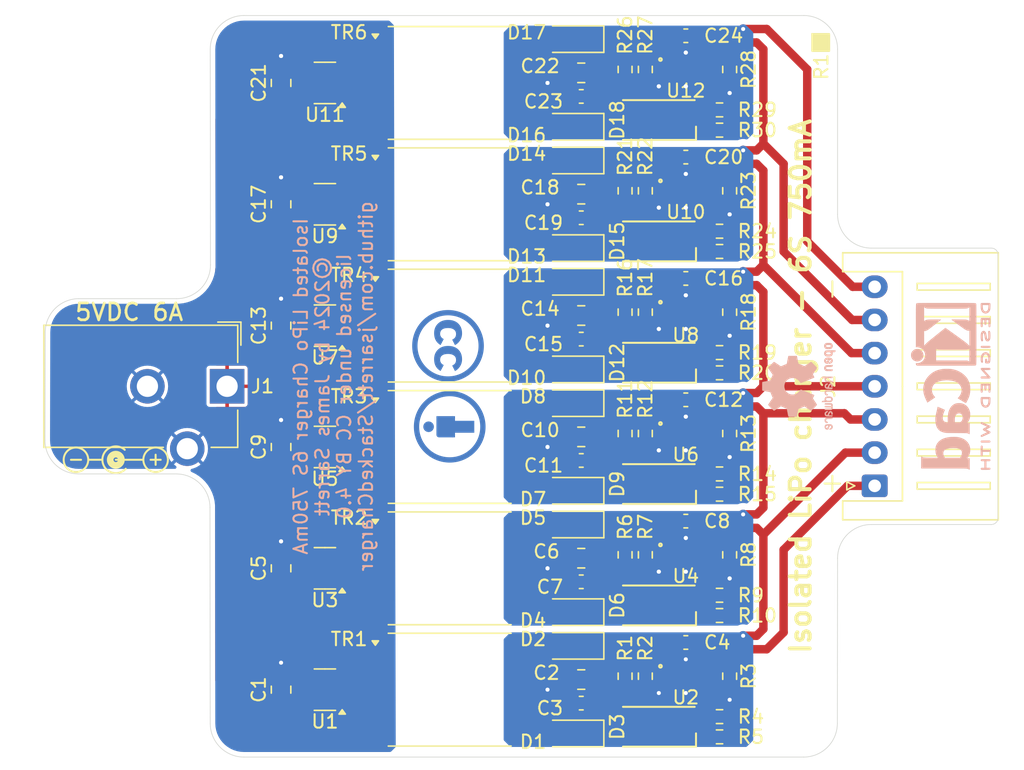
<source format=kicad_pcb>
(kicad_pcb (version 20221018) (generator pcbnew)
  (layers (0 "F.Cu" signal) (31 "B.Cu" signal) (34 "B.Paste" user) (35 "F.Paste" user) (36 "B.SilkS" user "B.Silkscreen") (37 "F.SilkS" user "F.Silkscreen") (38 "B.Mask" user) (39 "F.Mask" user) (44 "Edge.Cuts" user))
  (net 0 "")
  (net 1 "+5V")
  (net 2 "GND")
  (net 3 "Net-(D1-K)")
  (net 4 "/charger0/Vo-")
  (net 5 "/charger0/Vo+")
  (net 6 "Net-(D4-K)")
  (net 7 "/charger1/Vo-")
  (net 8 "Net-(D7-K)")
  (net 9 "/charger2/Vo-")
  (net 10 "Net-(D10-K)")
  (net 11 "/charger3/Vo-")
  (net 12 "Net-(D13-K)")
  (net 13 "/charger4/Vo-")
  (net 14 "Net-(D16-K)")
  (net 15 "/charger5/Vo-")
  (net 16 "Net-(D1-A)")
  (net 17 "Net-(D2-A)")
  (net 18 "Net-(D3-A1)")
  (net 19 "Net-(D3-A2)")
  (net 20 "/charger0/PG")
  (net 21 "/charger0/STAT")
  (net 22 "Net-(D4-A)")
  (net 23 "Net-(D5-A)")
  (net 24 "Net-(D6-A1)")
  (net 25 "Net-(D6-A2)")
  (net 26 "/charger1/PG")
  (net 27 "/charger1/STAT")
  (net 28 "Net-(D7-A)")
  (net 29 "Net-(D8-A)")
  (net 30 "Net-(D9-A1)")
  (net 31 "Net-(D9-A2)")
  (net 32 "/charger2/PG")
  (net 33 "/charger2/STAT")
  (net 34 "Net-(D10-A)")
  (net 35 "Net-(D11-A)")
  (net 36 "Net-(D12-A1)")
  (net 37 "Net-(D12-A2)")
  (net 38 "/charger3/PG")
  (net 39 "/charger3/STAT")
  (net 40 "Net-(D13-A)")
  (net 41 "Net-(D14-A)")
  (net 42 "Net-(D15-A1)")
  (net 43 "Net-(D15-A2)")
  (net 44 "/charger4/PG")
  (net 45 "/charger4/STAT")
  (net 46 "Net-(D16-A)")
  (net 47 "Net-(D17-A)")
  (net 48 "Net-(D18-A1)")
  (net 49 "Net-(D18-A2)")
  (net 50 "/charger5/PG")
  (net 51 "/charger5/STAT")
  (net 52 "Net-(U2-ISET)")
  (net 53 "Net-(U2-TS)")
  (net 54 "Net-(U2-VSET)")
  (net 55 "Net-(U4-ISET)")
  (net 56 "Net-(U4-TS)")
  (net 57 "Net-(U4-VSET)")
  (net 58 "Net-(U6-ISET)")
  (net 59 "Net-(U6-TS)")
  (net 60 "Net-(U6-VSET)")
  (net 61 "Net-(U8-ISET)")
  (net 62 "Net-(U8-TS)")
  (net 63 "Net-(U8-VSET)")
  (net 64 "Net-(U10-ISET)")
  (net 65 "Net-(U10-TS)")
  (net 66 "Net-(U10-VSET)")
  (net 67 "Net-(U12-ISET)")
  (net 68 "Net-(U12-TS)")
  (net 69 "Net-(U12-VSET)")
  (net 70 "Net-(U1-D1)")
  (net 71 "Net-(U1-D2)")
  (net 72 "Net-(U3-D1)")
  (net 73 "Net-(U3-D2)")
  (net 74 "Net-(U5-D1)")
  (net 75 "Net-(U5-D2)")
  (net 76 "Net-(U7-D1)")
  (net 77 "Net-(U7-D2)")
  (net 78 "Net-(U9-D1)")
  (net 79 "Net-(U9-D2)")
  (net 80 "Net-(U11-D1)")
  (net 81 "Net-(U11-D2)")
  (footprint "Resistor_SMD:R_0603_1608Metric" (layer "F.Cu") (at 185.42 109.22 -90)
    (fp_text reference "R3")
    (fp_text value "27k" hide)
  )
  (footprint "Package_TO_SOT_SMD:SOT-23-6" (layer "F.Cu") (at 154.94 73.66 180)
    (fp_text reference "U9")
    (fp_text value "SN6505BDBV")
  )
  (footprint "StackedCharger:WSON8_BQ2517_TEX" (layer "F.Cu") (at 182.118 63.5)
    (fp_text reference "U12")
    (fp_text value "BQ25170DSGR")
  )
  (footprint "Resistor_SMD:R_0603_1608Metric" (layer "F.Cu") (at 184.658 66.548 180)
    (fp_text reference "R29")
    (fp_text value "470" hide)
  )
  (footprint "LED_SMD:LED_RGB_1210" (layer "F.Cu") (at 180.086 94.742 180)
    (fp_text reference "D9")
    (fp_text value "LTST-C155GEKT")
  )
  (footprint "Transformer_SMD:Transformer_Wuerth_750315371" (layer "F.Cu") (at 164.338 73.66)
    (fp_text reference "TR5")
    (fp_text value "Wuerth_750315371")
  )
  (footprint "Diode_SMD:D_SOD-123F" (layer "F.Cu") (at 173.736 61.214 180)
    (fp_text reference "D17")
    (fp_text value "1N5819")
  )
  (footprint "Capacitor_SMD:C_0805_2012Metric" (layer "F.Cu") (at 174.244 100.33 180)
    (fp_text reference "C6")
    (fp_text value "10uF")
  )
  (footprint "Connector_JST:JST_XH_S7B-XH-A_1x07_P2.50mm_Horizontal" (layer "F.Cu") (at 196.342 94.876 90)
    (fp_text reference "J2")
    (fp_text value "S6B-XH-A")
  )
  (footprint "Transformer_SMD:Transformer_Wuerth_750315371" (layer "F.Cu") (at 164.338 101.092)
    (fp_text reference "TR2")
    (fp_text value "Wuerth_750315371")
  )
  (footprint "Package_TO_SOT_SMD:SOT-23-6" (layer "F.Cu") (at 154.94 82.804 180)
    (fp_text reference "U7")
    (fp_text value "SN6505BDBV")
  )
  (footprint "Diode_SMD:D_SOD-123F" (layer "F.Cu") (at 173.736 113.538 180)
    (fp_text reference "D1")
    (fp_text value "1N5819" hide)
  )
  (footprint "Capacitor_SMD:C_0805_2012Metric" (layer "F.Cu") (at 174.244 109.474 180)
    (fp_text reference "C2")
    (fp_text value "10uF")
  )
  (footprint "Diode_SMD:D_SOD-123F" (layer "F.Cu") (at 173.736 79.502 180)
    (fp_text reference "D11")
    (fp_text value "1N5819")
  )
  (footprint "Resistor_SMD:R_0603_1608Metric" (layer "F.Cu") (at 179.07 100.076 -90)
    (fp_text reference "R7")
    (fp_text value "10k" hide)
  )
  (footprint "Capacitor_SMD:C_0603_1608Metric" (layer "F.Cu") (at 174.244 83.82 180)
    (fp_text reference "C15")
    (fp_text value "1uF")
  )
  (footprint "Capacitor_SMD:C_0603_1608Metric" (layer "F.Cu") (at 182.118 106.68 180)
    (fp_text reference "C4")
    (fp_text value "1uF")
  )
  (footprint "Resistor_SMD:R_0603_1608Metric" (layer "F.Cu") (at 185.42 90.932 -90)
    (fp_text reference "R13")
    (fp_text value "27k" hide)
  )
  (footprint "StackedCharger:WSON8_BQ2517_TEX" (layer "F.Cu") (at 182.118 81.788)
    (fp_text reference "U8")
    (fp_text value "BQ25170DSGR")
  )
  (footprint "Capacitor_SMD:C_0805_2012Metric" (layer "F.Cu") (at 151.638 91.948 90)
    (fp_text reference "C9")
    (fp_text value "10uF")
  )
  (footprint "Transformer_SMD:Transformer_Wuerth_750315371" (layer "F.Cu") (at 164.338 64.516)
    (fp_text reference "TR6")
    (fp_text value "Wuerth_750315371")
  )
  (footprint "Capacitor_SMD:C_0603_1608Metric" (layer "F.Cu") (at 182.118 88.392 180)
    (fp_text reference "C12")
    (fp_text value "1uF")
  )
  (footprint "Capacitor_SMD:C_0805_2012Metric" (layer "F.Cu") (at 151.638 82.804 90)
    (fp_text reference "C13")
    (fp_text value "10uF")
  )
  (footprint "Resistor_SMD:R_0603_1608Metric" (layer "F.Cu") (at 184.658 77.216 180)
    (fp_text reference "R25")
    (fp_text value "470" hide)
  )
  (footprint "Diode_SMD:D_SOD-123F" (layer "F.Cu") (at 173.736 88.646 180)
    (fp_text reference "D8")
    (fp_text value "1N5819")
  )
  (footprint "LED_SMD:LED_RGB_1210" (layer "F.Cu") (at 180.086 85.598 180)
    (fp_text reference "D12")
    (fp_text value "LTST-C155GEKT")
  )
  (footprint "Capacitor_SMD:C_0805_2012Metric" (layer "F.Cu") (at 174.244 63.754 180)
    (fp_text reference "C22")
    (fp_text value "10uF")
  )
  (footprint "LED_SMD:LED_RGB_1210" (layer "F.Cu") (at 180.086 103.886 180)
    (fp_text reference "D6")
    (fp_text value "LTST-C155GEKT")
  )
  (footprint "Package_TO_SOT_SMD:SOT-23-6" (layer "F.Cu") (at 154.94 110.236 180)
    (fp_text reference "U1")
    (fp_text value "SN6505BDBV")
  )
  (footprint "Package_TO_SOT_SMD:SOT-23-6" (layer "F.Cu") (at 154.94 64.516 180)
    (fp_text reference "U11")
    (fp_text value "SN6505BDBV")
  )
  (footprint "Transformer_SMD:Transformer_Wuerth_750315371" (layer "F.Cu") (at 164.338 91.948)
    (fp_text reference "TR3")
    (fp_text value "Wuerth_750315371")
  )
  (footprint "Capacitor_SMD:C_0805_2012Metric" (layer "F.Cu") (at 151.638 110.236 90)
    (fp_text reference "C1")
    (fp_text value "10uF")
  )
  (footprint "Resistor_SMD:R_0603_1608Metric" (layer "F.Cu") (at 184.658 103.124 180)
    (fp_text reference "R9")
    (fp_text value "470" hide)
  )
  (footprint "Capacitor_SMD:C_0603_1608Metric" (layer "F.Cu") (at 182.118 60.96 180)
    (fp_text reference "C24")
    (fp_text value "1uF")
  )
  (footprint "Diode_SMD:D_SOD-123F" (layer "F.Cu") (at 173.736 70.358 180)
    (fp_text reference "D14")
    (fp_text value "1N5819")
  )
  (footprint "StackedCharger:WSON8_BQ2517_TEX" (layer "F.Cu") (at 182.118 100.076)
    (fp_text reference "U4")
    (fp_text value "BQ25170DSGR")
  )
  (footprint "Capacitor_SMD:C_0805_2012Metric" (layer "F.Cu") (at 174.244 82.042 180)
    (fp_text reference "C14")
    (fp_text value "10uF")
  )
  (footprint "Connector_BarrelJack:BarrelJack_CUI_PJ-102AH_Horizontal" (layer "F.Cu") (at 147.574 87.376 -90)
    (fp_text reference "J1")
    (fp_text value "Barrel_Jack_MountingPin")
  )
  (footprint "Resistor_SMD:R_0603_1608Metric" (layer "F.Cu") (at 185.42 100.076 -90)
    (fp_text reference "R8")
    (fp_text value "27k" hide)
  )
  (footprint "Diode_SMD:D_SOD-123F" (layer "F.Cu") (at 173.736 104.394 180)
    (fp_text reference "D4")
    (fp_text value "1N5819" hide)
  )
  (footprint "Resistor_SMD:R_0603_1608Metric" (layer "F.Cu") (at 177.546 81.788 -90)
    (fp_text reference "R16")
    (fp_text value "390" hide)
  )
  (footprint "LED_SMD:LED_RGB_1210" (layer "F.Cu") (at 180.086 76.454 180)
    (fp_text reference "D15")
    (fp_text value "LTST-C155GEKT")
  )
  (footprint "Resistor_SMD:R_0603_1608Metric" (layer "F.Cu") (at 179.07 90.932 -90)
    (fp_text reference "R12")
    (fp_text value "10k" hide)
  )
  (footprint "Resistor_SMD:R_0603_1608Metric" (layer "F.Cu") (at 179.07 109.22 -90)
    (fp_text reference "R2")
    (fp_text value "10k" hide)
  )
  (footprint "Diode_SMD:D_SOD-123F" (layer "F.Cu") (at 173.736 106.934 180)
    (fp_text reference "D2")
    (fp_text value "1N5819")
  )
  (footprint "Resistor_SMD:R_0603_1608Metric" (layer "F.Cu") (at 184.658 113.792 180)
    (fp_text reference "R5")
    (fp_text value "470" hide)
  )
  (footprint "Capacitor_SMD:C_0805_2012Metric" (layer "F.Cu") (at 151.638 73.66 90)
    (fp_text reference "C17")
    (fp_text value "10uF")
  )
  (footprint "Capacitor_SMD:C_0603_1608Metric" (layer "F.Cu") (at 174.244 74.676 180)
    (fp_text reference "C19")
    (fp_text value "1uF")
  )
  (footprint "Package_TO_SOT_SMD:SOT-23-6" (layer "F.Cu") (at 154.94 91.948 180)
    (fp_text reference "U5")
    (fp_text value "SN6505BDBV")
  )
  (footprint "Resistor_SMD:R_0603_1608Metric" (layer "F.Cu") (at 177.546 72.644 -90)
    (fp_text reference "R21")
    (fp_text value "390" hide)
  )
  (footprint "Resistor_SMD:R_0603_1608Metric" (layer "F.Cu") (at 184.658 112.268 180)
    (fp_text reference "R4")
    (fp_text value "470" hide)
  )
  (footprint "Diode_SMD:D_SOD-123F" (layer "F.Cu") (at 173.736 86.106 180)
    (fp_text reference "D10")
    (fp_text value "1N5819" hide)
  )
  (footprint "Resistor_SMD:R_0603_1608Metric" (layer "F.Cu") (at 177.546 109.22 -90)
    (fp_text reference "R1")
    (fp_text value "390" hide)
  )
  (footprint "Resistor_SMD:R_0603_1608Metric" (layer "F.Cu") (at 184.658 75.692 180)
    (fp_text reference "R24")
    (fp_text value "470" hide)
  )
  (footprint "Resistor_SMD:R_0603_1608Metric" (layer "F.Cu") (at 185.42 81.788 -90)
    (fp_text reference "R18")
    (fp_text value "27k" hide)
  )
  (footprint "Capacitor_SMD:C_0805_2012Metric" (layer "F.Cu") (at 151.638 64.516 90)
    (fp_text reference "C21")
    (fp_text value "10uF")
  )
  (footprint "Resistor_SMD:R_0603_1608Metric" (layer "F.Cu") (at 184.658 104.648 180)
    (fp_text reference "R10")
    (fp_text value "470" hide)
  )
  (footprint "Capacitor_SMD:C_0603_1608Metric" (layer "F.Cu") (at 174.244 65.532 180)
    (fp_text reference "C23")
    (fp_text value "1uF")
  )
  (footprint "Symbol:Symbol_Barrel_Polarity" (layer "F.Cu") (at 139.192 92.837)
    (fp_text reference "REF**" hide)
    (fp_text value "Symbol_Barrel_Polarity")
  )
  (footprint "StackedCharger:WSON8_BQ2517_TEX" (layer "F.Cu") (at 182.118 72.644)
    (fp_text reference "U10")
    (fp_text value "BQ25170DSGR")
  )
  (footprint "Resistor_SMD:R_0603_1608Metric" (layer "F.Cu") (at 184.658 95.504 180)
    (fp_text reference "R15")
    (fp_text value "470" hide)
  )
  (footprint "Capacitor_SMD:C_0603_1608Metric" (layer "F.Cu") (at 174.244 102.108 180)
    (fp_text reference "C7")
    (fp_text value "1uF")
  )
  (footprint "Capacitor_SMD:C_0603_1608Metric" (layer "F.Cu") (at 182.118 97.536 180)
    (fp_text reference "C8")
    (fp_text value "1uF")
  )
  (footprint "Package_TO_SOT_SMD:SOT-23-6" (layer "F.Cu") (at 154.94 101.092 180)
    (fp_text reference "U3")
    (fp_text value "SN6505BDBV")
  )
  (footprint "Diode_SMD:D_SOD-123F" (layer "F.Cu") (at 173.736 76.962 180)
    (fp_text reference "D13")
    (fp_text value "1N5819" hide)
  )
  (footprint "Capacitor_SMD:C_0603_1608Metric" (layer "F.Cu") (at 174.244 92.964 180)
    (fp_text reference "C11")
    (fp_text value "1uF")
  )
  (footprint "Resistor_SMD:R_0603_1608Metric" (layer "F.Cu") (at 185.42 63.5 -90)
    (fp_text reference "R28")
    (fp_text value "27k" hide)
  )
  (footprint "Capacitor_SMD:C_0603_1608Metric" (layer "F.Cu") (at 174.244 111.252 180)
    (fp_text reference "C3")
    (fp_text value "1uF")
  )
  (footprint "Capacitor_SMD:C_0603_1608Metric" (layer "F.Cu") (at 182.118 79.248 180)
    (fp_text reference "C16")
    (fp_text value "1uF")
  )
  (footprint "Resistor_SMD:R_0603_1608Metric" (layer "F.Cu") (at 177.546 63.5 -90)
    (fp_text reference "R26")
    (fp_text value "390" hide)
  )
  (footprint "Resistor_SMD:R_0603_1608Metric" (layer "F.Cu") (at 179.07 72.644 -90)
    (fp_text reference "R22")
    (fp_text value "10k" hide)
  )
  (footprint "Resistor_SMD:R_0603_1608Metric" (layer "F.Cu") (at 179.07 81.788 -90)
    (fp_text reference "R17")
    (fp_text value "10k" hide)
  )
  (footprint "Capacitor_SMD:C_0805_2012Metric" (layer "F.Cu") (at 174.244 72.898 180)
    (fp_text reference "C18")
    (fp_text value "10uF")
  )
  (footprint "Resistor_SMD:R_0603_1608Metric" (layer "F.Cu") (at 184.658 68.072 180)
    (fp_text reference "R30")
    (fp_text value "470" hide)
  )
  (footprint "Resistor_SMD:R_0603_1608Metric" (layer "F.Cu") (at 185.42 72.644 -90)
    (fp_text reference "R23")
    (fp_text value "27k" hide)
  )
  (footprint "LED_SMD:LED_RGB_1210" (layer "F.Cu") (at 180.086 67.31 180)
    (fp_text reference "D18")
    (fp_text value "LTST-C155GEKT")
  )
  (footprint "Diode_SMD:D_SOD-123F" (layer "F.Cu") (at 173.736 95.25 180)
    (fp_text reference "D7")
    (fp_text value "1N5819" hide)
  )
  (footprint "Capacitor_SMD:C_0805_2012Metric" (layer "F.Cu") (at 151.638 101.092 90)
    (fp_text reference "C5")
    (fp_text value "10uF")
  )
  (footprint "Resistor_SMD:R_0603_1608Metric" (layer "F.Cu") (at 184.658 93.98 180)
    (fp_text reference "R14")
    (fp_text value "470" hide)
  )
  (footprint "Transformer_SMD:Transformer_Wuerth_750315371" (layer "F.Cu") (at 164.338 82.804)
    (fp_text reference "TR4")
    (fp_text value "Wuerth_750315371")
  )
  (footprint "Diode_SMD:D_SOD-123F" (layer "F.Cu") (at 173.736 67.818 180)
    (fp_text reference "D16")
    (fp_text value "1N5819" hide)
  )
  (footprint "Capacitor_SMD:C_0805_2012Metric" (layer "F.Cu") (at 174.244 91.186 180)
    (fp_text reference "C10")
    (fp_text value "10uF")
  )
  (footprint "Diode_SMD:D_SOD-123F" (layer "F.Cu") (at 173.736 97.79 180)
    (fp_text reference "D5")
    (fp_text value "1N5819")
  )
  (footprint "Resistor_SMD:R_0603_1608Metric" (layer "F.Cu") (at 184.658 86.36 180)
    (fp_text reference "R20")
    (fp_text value "470" hide)
  )
  (footprint "StackedCharger:WSON8_BQ2517_TEX" (layer "F.Cu") (at 182.118 90.932)
    (fp_text reference "U6")
    (fp_text value "BQ25170DSGR")
  )
  (footprint "LED_SMD:LED_RGB_1210" (layer "F.Cu") (at 180.086 113.03 180)
    (fp_text reference "D3")
    (fp_text value "LTST-C155GEKT")
  )
  (footprint "Transformer_SMD:Transformer_Wuerth_750315371" (layer "F.Cu") (at 164.338 110.236)
    (fp_text reference "TR1")
    (fp_text value "Wuerth_750315371")
  )
  (footprint "StackedCharger:WSON8_BQ2517_TEX" (layer "F.Cu") (at 182.118 109.22)
    (fp_text reference "U2")
    (fp_text value "BQ25170DSGR")
  )
  (footprint "Resistor_SMD:R_0603_1608Metric" (layer "F.Cu") (at 179.07 63.5 -90)
    (fp_text reference "R27")
    (fp_text value "10k" hide)
  )
  (footprint "Resistor_SMD:R_0603_1608Metric" (layer "F.Cu") (at 177.546 90.932 -90)
    (fp_text reference "R11")
    (fp_text value "390" hide)
  )
  (footprint "Capacitor_SMD:C_0603_1608Metric" (layer "F.Cu") (at 182.118 70.104 180)
    (fp_text reference "C20")
    (fp_text value "1uF")
  )
  (footprint "Resistor_SMD:R_0603_1608Metric" (layer "F.Cu") (at 184.658 84.836 180)
    (fp_text reference "R19")
    (fp_text value "470" hide)
  )
  (footprint "Resistor_SMD:R_0603_1608Metric" (layer "F.Cu") (at 177.546 100.076 -90)
    (fp_text reference "R6")
    (fp_text value "390" hide)
  )
  (footprint "Symbol:KiCad-Logo2_5mm_SilkScreen" (layer "B.Cu") (at 202.057 87.376 -90)
    (fp_text reference "REF**" hide)
    (fp_text value "KiCad-Logo2_5mm_SilkScreen" hide)
  )
  (footprint "Symbol:Symbol_CC-Attribution_CopperTop_Small" (layer "B.Cu") (at 164.338 90.424 -90)
    (fp_text reference "REF**" hide)
    (fp_text value "Symbol_CC-Attribution_CopperTop_Small" hide)
  )
  (footprint "Symbol:Symbol_CreativeCommons_CopperTop_Type2_Small" (layer "B.Cu") (at 164.211 84.328 -90)
    (fp_text reference "REF**" hide)
    (fp_text value "Symbol_CreativeCommons_CopperTop_Type2_Small" hide)
  )
  (footprint "Symbol:OSHW-Logo2_7.3x6mm_SilkScreen" (layer "B.Cu") (at 190.627 87.376 -90)
    (fp_text reference "REF**" hide)
    (fp_text value "OSHW-Logo2_7.3x6mm_SilkScreen" hide)
  )
  (gr_rect (start 191.643 60.833) (end 192.913 62.103) (stroke (width 0.1524)) (fill solid) (layer "F.SilkS"))
  (gr_line (start 136.5758 92.9132) (end 135.8138 92.9132) (stroke (width 0.1524)) (layer "F.SilkS"))
  (gr_line (start 142.573 92.912) (end 141.811 92.912) (stroke (width 0.1524)) (layer "F.SilkS"))
  (gr_line (start 142.192 93.293) (end 142.192 92.531) (stroke (width 0.1524)) (layer "F.SilkS"))
  (gr_arc (start 146.322051 78.232) (mid 145.578102 80.028051) (end 143.782051 80.772) (stroke (width 0.05)) (layer "Edge.Cuts"))
  (gr_arc (start 143.745949 93.98) (mid 145.542 94.723949) (end 146.285949 96.52) (stroke (width 0.05)) (layer "Edge.Cuts"))
  (gr_line (start 205.12679 97.79) (end 196.088 97.79) (stroke (width 0.05)) (layer "Edge.Cuts"))
  (gr_line (start 205.63479 97.282) (end 205.63479 77.47) (stroke (width 0.05)) (layer "Edge.Cuts"))
  (gr_line (start 146.304 61.976) (end 146.322051 78.232) (stroke (width 0.05)) (layer "Edge.Cuts"))
  (gr_line (start 193.548 74.422) (end 193.548 61.976) (stroke (width 0.05)) (layer "Edge.Cuts"))
  (gr_line (start 136.398 93.98) (end 143.745949 93.98) (stroke (width 0.05)) (layer "Edge.Cuts"))
  (gr_arc (start 193.529949 112.776) (mid 192.786 114.572051) (end 190.989949 115.316) (stroke (width 0.05)) (layer "Edge.Cuts"))
  (gr_arc (start 136.398 93.98) (mid 134.601949 93.236051) (end 133.858 91.44) (stroke (width 0.05)) (layer "Edge.Cuts"))
  (gr_line (start 196.088 76.962) (end 205.12679 76.962) (stroke (width 0.05)) (layer "Edge.Cuts"))
  (gr_line (start 136.416051 80.772) (end 143.782051 80.772) (stroke (width 0.05)) (layer "Edge.Cuts"))
  (gr_arc (start 146.304 61.976) (mid 147.047949 60.179949) (end 148.844 59.436) (stroke (width 0.05)) (layer "Edge.Cuts"))
  (gr_arc (start 148.844 115.316) (mid 147.047949 114.572051) (end 146.304 112.776) (stroke (width 0.05)) (layer "Edge.Cuts"))
  (gr_arc (start 133.876051 83.312) (mid 134.62 81.515949) (end 136.416051 80.772) (stroke (width 0.05)) (layer "Edge.Cuts"))
  (gr_line (start 191.008 59.436) (end 148.844 59.436) (stroke (width 0.05)) (layer "Edge.Cuts"))
  (gr_line (start 148.844 115.316) (end 190.989949 115.316) (stroke (width 0.05)) (layer "Edge.Cuts"))
  (gr_line (start 193.529949 112.776) (end 193.548 100.33) (stroke (width 0.05)) (layer "Edge.Cuts"))
  (gr_arc (start 193.548 100.33) (mid 194.291949 98.533949) (end 196.088 97.79) (stroke (width 0.05)) (layer "Edge.Cuts"))
  (gr_arc (start 196.088 76.962) (mid 194.291949 76.218051) (end 193.548 74.422) (stroke (width 0.05)) (layer "Edge.Cuts"))
  (gr_line (start 133.876051 83.312) (end 133.858 91.44) (stroke (width 0.05)) (layer "Edge.Cuts"))
  (gr_arc (start 205.12679 76.962) (mid 205.486 77.11079) (end 205.63479 77.47) (stroke (width 0.05)) (layer "Edge.Cuts"))
  (gr_line (start 146.285949 96.52) (end 146.304 112.776) (stroke (width 0.05)) (layer "Edge.Cuts"))
  (gr_arc (start 191.008 59.436) (mid 192.804051 60.179949) (end 193.548 61.976) (stroke (width 0.05)) (layer "Edge.Cuts"))
  (gr_arc (start 205.63479 97.282) (mid 205.486 97.64121) (end 205.12679 97.79) (stroke (width 0.05)) (layer "Edge.Cuts"))
  (gr_text "Isolated LiPo Charger 6S 750mA\n©2024 by James Sarrett\nlicensed under CC BY 4.0\ngithub.com/jsarrett/StackedCharger" (at 152.527 87.376 90) (layer "B.SilkS") (effects (font (size 1.016 1.016) (thickness 0.1524)) (justify top mirror)))
  (gr_text "Isolated LiPo charger - 6S 750mA" (at 191.643 87.376 90) (layer "F.SilkS") (effects (font (size 1.5 1.5) (thickness 0.3) bold) (justify bottom)))
  (gr_text "R1" (at 192.913 64.389 90) (layer "F.SilkS") (effects (font (size 1.016 1.016) (thickness 0.1524)) (justify left bottom)))
  (gr_text "5VDC 6A" (at 136.017 81.788) (layer "F.SilkS") (effects (font (size 1.27 1.27) (thickness 0.2032)) (justify left)))
  (gr_text "+           -" (at 193.929 87.376 90) (layer "F.SilkS") (effects (font (size 1.524 1.524) (thickness 0.1524)) (justify bottom)))
  (segment (start 151.638 92.898) (end 151.958 92.898) (width 0.635) (layer "F.Cu") (net 1))
  (segment (start 151.958 102.042) (end 152.908 101.092) (width 0.635) (layer "F.Cu") (net 1))
  (segment (start 151.638 74.61) (end 147.64 74.61) (width 0.635) (layer "F.Cu") (net 1))
  (segment (start 152.908 73.66) (end 153.8025 73.66) (width 0.635) (layer "F.Cu") (net 1))
  (segment (start 156.0775 73.66) (end 158.718 73.66) (width 0.635) (layer "F.Cu") (net 1))
  (segment (start 156.0775 64.516) (end 158.718 64.516) (width 0.635) (layer "F.Cu") (net 1))
  (segment (start 151.638 83.754) (end 151.958 83.754) (width 0.635) (layer "F.Cu") (net 1))
  (segment (start 147.574 74.676) (end 147.574 69.342) (width 0.254) (layer "F.Cu") (net 1))
  (segment (start 156.0775 91.948) (end 158.718 91.948) (width 0.635) (layer "F.Cu") (net 1))
  (segment (start 151.638 74.61) (end 151.318 74.61) (width 0.635) (layer "F.Cu") (net 1))
  (segment (start 147.64 102.042) (end 147.574 102.108) (width 0.635) (layer "F.Cu") (net 1))
  (segment (start 151.958 83.754) (end 152.908 82.804) (width 0.635) (layer "F.Cu") (net 1))
  (segment (start 153.8025 64.516) (end 156.0775 64.516) (width 0.254) (layer "F.Cu") (net 1))
  (segment (start 151.638 102.042) (end 147.64 102.042) (width 0.635) (layer "F.Cu") (net 1))
  (segment (start 156.0775 101.092) (end 158.718 101.092) (width 0.635) (layer "F.Cu") (net 1))
  (segment (start 147.574 83.82) (end 147.574 74.676) (width 0.254) (layer "F.Cu") (net 1))
  (segment (start 156.0775 82.804) (end 158.718 82.804) (width 0.635) (layer "F.Cu") (net 1))
  (segment (start 151.958 102.042) (end 152.908 101.092) (width 0.635) (layer "F.Cu") (net 1))
  (segment (start 152.908 82.804) (end 153.8025 82.804) (width 0.635) (layer "F.Cu") (net 1))
  (segment (start 151.958 92.898) (end 152.908 91.948) (width 0.635) (layer "F.Cu") (net 1))
  (segment (start 151.638 74.61) (end 151.958 74.61) (width 0.635) (layer "F.Cu") (net 1))
  (segment (start 156.0775 64.516) (end 158.718 64.516) (width 0.635) (layer "F.Cu") (net 1))
  (segment (start 147.574 69.342) (end 151.45 65.466) (width 0.635) (layer "F.Cu") (net 1))
  (segment (start 153.8025 82.804) (end 156.0775 82.804) (width 0.254) (layer "F.Cu") (net 1))
  (segment (start 151.638 111.186) (end 151.318 111.186) (width 0.635) (layer "F.Cu") (net 1))
  (segment (start 153.8025 101.092) (end 156.0775 101.092) (width 0.254) (layer "F.Cu") (net 1))
  (segment (start 153.8025 110.236) (end 156.0775 110.236) (width 0.254) (layer "F.Cu") (net 1))
  (segment (start 152.908 101.092) (end 153.8025 101.092) (width 0.635) (layer "F.Cu") (net 1))
  (segment (start 151.638 65.466) (end 151.958 65.466) (width 0.635) (layer "F.Cu") (net 1))
  (segment (start 147.64 92.898) (end 147.574 92.964) (width 0.635) (layer "F.Cu") (net 1))
  (segment (start 151.638 102.042) (end 151.958 102.042) (width 0.635) (layer "F.Cu") (net 1))
  (segment (start 153.8025 91.948) (end 156.0775 91.948) (width 0.254) (layer "F.Cu") (net 1))
  (segment (start 147.574 87.376) (end 147.574 83.82) (width 0.254) (layer "F.Cu") (net 1))
  (segment (start 153.8025 73.66) (end 156.0775 73.66) (width 0.254) (layer "F.Cu") (net 1))
  (segment (start 151.638 83.754) (end 151.318 83.754) (width 0.635) (layer "F.Cu") (net 1))
  (segment (start 151.958 65.466) (end 152.908 64.516) (width 0.635) (layer "F.Cu") (net 1))
  (segment (start 152.908 91.948) (end 153.8025 91.948) (width 0.635) (layer "F.Cu") (net 1))
  (segment (start 152.908 64.516) (end 153.8025 64.516) (width 0.635) (layer "F.Cu") (net 1))
  (segment (start 153.8025 64.516) (end 156.0775 64.516) (width 0.254) (layer "F.Cu") (net 1))
  (segment (start 151.958 74.61) (end 152.908 73.66) (width 0.635) (layer "F.Cu") (net 1))
  (segment (start 152.908 110.236) (end 153.8025 110.236) (width 0.635) (layer "F.Cu") (net 1))
  (segment (start 153.8025 82.804) (end 156.0775 82.804) (width 0.254) (layer "F.Cu") (net 1))
  (segment (start 147.64 83.754) (end 147.574 83.82) (width 0.635) (layer "F.Cu") (net 1))
  (segment (start 156.0775 101.092) (end 158.718 101.092) (width 0.635) (layer "F.Cu") (net 1))
  (segment (start 151.958 92.898) (end 152.908 91.948) (width 0.635) (layer "F.Cu") (net 1))
  (segment (start 151.638 92.898) (end 151.958 92.898) (width 0.635) (layer "F.Cu") (net 1))
  (segment (start 151.638 65.466) (end 151.958 65.466) (width 0.635) (layer "F.Cu") (net 1))
  (segment (start 151.638 65.466) (end 151.318 65.466) (width 0.635) (layer "F.Cu") (net 1))
  (segment (start 152.908 64.516) (end 153.8025 64.516) (width 0.635) (layer "F.Cu") (net 1))
  (segment (start 152.908 91.948) (end 153.8025 91.948) (width 0.635) (layer "F.Cu") (net 1))
  (segment (start 151.638 111.186) (end 151.958 111.186) (width 0.635) (layer "F.Cu") (net 1))
  (segment (start 151.638 102.042) (end 151.958 102.042) (width 0.635) (layer "F.Cu") (net 1))
  (segment (start 151.45 65.466) (end 151.638 65.466) (width 0.635) (layer "F.Cu") (net 1))
  (segment (start 156.0775 82.804) (end 158.718 82.804) (width 0.635) (layer "F.Cu") (net 1))
  (segment (start 156.0775 73.66) (end 158.718 73.66) (width 0.635) (layer "F.Cu") (net 1))
  (segment (start 156.0775 110.236) (end 158.718 110.236) (width 0.635) (layer "F.Cu") (net 1))
  (segment (start 151.958 65.466) (end 152.908 64.516) (width 0.635) (layer "F.Cu") (net 1))
  (segment (start 151.958 111.186) (end 152.908 110.236) (width 0.635) (layer "F.Cu") (net 1))
  (segment (start 152.908 82.804) (end 153.8025 82.804) (width 0.635) (layer "F.Cu") (net 1))
  (segment (start 147.64 74.61) (end 147.574 74.676) (width 0.635) (layer "F.Cu") (net 1))
  (segment (start 153.8025 101.092) (end 156.0775 101.092) (width 0.254) (layer "F.Cu") (net 1))
  (segment (start 152.908 101.092) (end 153.8025 101.092) (width 0.635) (layer "F.Cu") (net 1))
  (segment (start 151.638 83.754) (end 151.958 83.754) (width 0.635) (layer "F.Cu") (net 1))
  (segment (start 147.574 107.442) (end 147.574 102.108) (width 0.254) (layer "F.Cu") (net 1))
  (segment (start 151.638 92.898) (end 147.64 92.898) (width 0.635) (layer "F.Cu") (net 1))
  (segment (start 151.638 92.898) (end 151.318 92.898) (width 0.635) (layer "F.Cu") (net 1))
  (segment (start 151.638 74.61) (end 151.958 74.61) (width 0.635) (layer "F.Cu") (net 1))
  (segment (start 151.318 111.186) (end 147.574 107.442) (width 0.635) (layer "F.Cu") (net 1))
  (segment (start 156.0775 91.948) (end 158.718 91.948) (width 0.635) (layer "F.Cu") (net 1))
  (segment (start 152.908 73.66) (end 153.8025 73.66) (width 0.635) (layer "F.Cu") (net 1))
  (segment (start 151.958 83.754) (end 152.908 82.804) (width 0.635) (layer "F.Cu") (net 1))
  (segment (start 153.8025 91.948) (end 156.0775 91.948) (width 0.254) (layer "F.Cu") (net 1))
  (segment (start 147.574 102.108) (end 147.574 87.376) (width 0.254) (layer "F.Cu") (net 1))
  (segment (start 151.958 74.61) (end 152.908 73.66) (width 0.635) (layer "F.Cu") (net 1))
  (segment (start 151.638 102.042) (end 151.318 102.042) (width 0.635) (layer "F.Cu") (net 1))
  (segment (start 151.638 83.754) (end 147.64 83.754) (width 0.635) (layer "F.Cu") (net 1))
  (segment (start 153.8025 73.66) (end 156.0775 73.66) (width 0.254) (layer "F.Cu") (net 1))
  (segment (start 153.8025 100.142) (end 151.638 100.142) (width 0.254) (layer "F.Cu") (net 2))
  (segment (start 151.638 90.998) (end 151.638 89.916) (width 0.635) (layer "F.Cu") (net 2))
  (segment (start 151.638 100.142) (end 151.638 99.06) (width 0.635) (layer "F.Cu") (net 2))
  (segment (start 153.8025 81.854) (end 151.638 81.854) (width 0.254) (layer "F.Cu") (net 2))
  (segment (start 153.8025 63.566) (end 151.638 63.566) (width 0.254) (layer "F.Cu") (net 2))
  (segment (start 151.638 90.998) (end 151.638 89.916) (width 0.635) (layer "F.Cu") (net 2))
  (segment (start 153.8025 63.566) (end 151.638 63.566) (width 0.254) (layer "F.Cu") (net 2))
  (segment (start 151.638 109.286) (end 151.638 108.204) (width 0.635) (layer "F.Cu") (net 2))
  (segment (start 151.638 63.566) (end 151.638 62.484) (width 0.635) (layer "F.Cu") (net 2))
  (segment (start 153.8025 72.71) (end 151.638 72.71) (width 0.254) (layer "F.Cu") (net 2))
  (segment (start 153.8025 100.142) (end 151.638 100.142) (width 0.254) (layer "F.Cu") (net 2))
  (segment (start 151.638 81.854) (end 151.638 80.772) (width 0.635) (layer "F.Cu") (net 2))
  (segment (start 153.8025 81.854) (end 151.638 81.854) (width 0.254) (layer "F.Cu") (net 2))
  (segment (start 151.638 100.142) (end 151.638 99.06) (width 0.635) (layer "F.Cu") (net 2))
  (segment (start 153.8025 109.286) (end 151.638 109.286) (width 0.254) (layer "F.Cu") (net 2))
  (segment (start 153.8025 90.998) (end 151.638 90.998) (width 0.254) (layer "F.Cu") (net 2))
  (segment (start 153.8025 90.998) (end 151.638 90.998) (width 0.254) (layer "F.Cu") (net 2))
  (segment (start 151.638 81.854) (end 151.638 80.772) (width 0.635) (layer "F.Cu") (net 2))
  (segment (start 151.638 72.71) (end 151.638 71.628) (width 0.635) (layer "F.Cu") (net 2))
  (segment (start 151.638 72.71) (end 151.638 71.628) (width 0.635) (layer "F.Cu") (net 2))
  (segment (start 153.8025 72.71) (end 151.638 72.71) (width 0.254) (layer "F.Cu") (net 2))
  (segment (start 151.638 63.566) (end 151.638 62.484) (width 0.635) (layer "F.Cu") (net 2))
  (via (at 151.638 62.484) (size 0.7112) (drill 0.3048) (layers "F.Cu" "B.Cu") (net 2))
  (via (at 151.638 89.916) (size 0.7112) (drill 0.3048) (layers "F.Cu" "B.Cu") (net 2))
  (via (at 151.638 89.916) (size 0.7112) (drill 0.3048) (layers "F.Cu" "B.Cu") (net 2))
  (via (at 151.638 62.484) (size 0.7112) (drill 0.3048) (layers "F.Cu" "B.Cu") (net 2))
  (via (at 151.638 80.772) (size 0.7112) (drill 0.3048) (layers "F.Cu" "B.Cu") (net 2))
  (via (at 151.638 108.204) (size 0.7112) (drill 0.3048) (layers "F.Cu" "B.Cu") (net 2))
  (via (at 151.638 71.628) (size 0.7112) (drill 0.3048) (layers "F.Cu" "B.Cu") (net 2))
  (via (at 151.638 99.06) (size 0.7112) (drill 0.3048) (layers "F.Cu" "B.Cu") (net 2))
  (via (at 151.638 71.628) (size 0.7112) (drill 0.3048) (layers "F.Cu" "B.Cu") (net 2))
  (via (at 151.638 80.772) (size 0.7112) (drill 0.3048) (layers "F.Cu" "B.Cu") (net 2))
  (via (at 151.638 99.06) (size 0.7112) (drill 0.3048) (layers "F.Cu" "B.Cu") (net 2))
  (segment (start 151.638 71.595) (end 151.638 62.451) (width 0.254) (layer "B.Cu") (net 2))
  (segment (start 143.383 89.154) (end 143.383 90.885) (width 0.254) (layer "B.Cu") (net 2))
  (segment (start 146.734 89.916) (end 151.638 89.916) (width 0.254) (layer "B.Cu") (net 2))
  (segment (start 151.638 99.027) (end 151.638 89.85) (width 0.254) (layer "B.Cu") (net 2))
  (segment (start 151.638 89.85) (end 151.638 80.739) (width 0.254) (layer "B.Cu") (net 2))
  (segment (start 151.638 80.739) (end 151.638 71.595) (width 0.254) (layer "B.Cu") (net 2))
  (segment (start 143.383 90.885) (end 144.574 92.076) (width 0.254) (layer "B.Cu") (net 2))
  (segment (start 151.638 108.204) (end 151.638 99.027) (width 0.254) (layer "B.Cu") (net 2))
  (segment (start 141.574 87.376) (end 143.352 89.154) (width 0.254) (layer "B.Cu") (net 2))
  (segment (start 144.574 92.076) (end 146.734 89.916) (width 0.254) (layer "B.Cu") (net 2))
  (segment (start 143.352 89.154) (end 143.383 89.154) (width 0.254) (layer "B.Cu") (net 2))
  (segment (start 175.136 109.416) (end 175.194 109.474) (width 0.635) (layer "F.Cu") (net 3))
  (segment (start 180.4035 108.2675) (end 180.605811 108.469811) (width 0.254) (layer "F.Cu") (net 3))
  (segment (start 175.006 112.268) (end 175.019 112.255) (width 0.635) (layer "F.Cu") (net 3))
  (segment (start 175.136 113.538) (end 175.136 112.398) (width 0.635) (layer "F.Cu") (net 3))
  (segment (start 175.019 112.255) (end 175.019 111.252) (width 0.635) (layer "F.Cu") (net 3))
  (segment (start 181.1147 108.469811) (end 180.605811 108.469811) (width 0.254) (layer "F.Cu") (net 3))
  (segment (start 175.194 110.4036) (end 175.194 109.474) (width 0.635) (layer "F.Cu") (net 3))
  (segment (start 175.019 110.5786) (end 175.194 110.4036) (width 0.635) (layer "F.Cu") (net 3))
  (segment (start 175.136 112.398) (end 175.006 112.268) (width 0.635) (layer "F.Cu") (net 3))
  (segment (start 175.136 106.934) (end 175.136 109.416) (width 0.635) (layer "F.Cu") (net 3))
  (segment (start 180.4035 107.713277) (end 179.624224 106.934) (width 0.635) (layer "F.Cu") (net 3))
  (segment (start 175.019 111.252) (end 175.019 110.5786) (width 0.635) (layer "F.Cu") (net 3))
  (segment (start 180.4035 107.713277) (end 180.4035 108.2675) (width 0.254) (layer "F.Cu") (net 3))
  (segment (start 179.624224 106.934) (end 175.136 106.934) (width 0.635) (layer "F.Cu") (net 3))
  (segment (start 183.896 98.539) (end 184.391 98.044) (width 0.635) (layer "F.Cu") (net 4))
  (segment (start 179.641 110.045) (end 179.07 110.045) (width 0.254) (layer "F.Cu") (net 4))
  (segment (start 184.391 98.044) (end 186.69 98.044) (width 0.635) (layer "F.Cu") (net 4))
  (segment (start 181.1147 109.970189) (end 180.605811 109.970189) (width 0.254) (layer "F.Cu") (net 4))
  (segment (start 182.118 109.22) (end 182.118 110.49) (width 0.254) (layer "F.Cu") (net 4))
  (segment (start 187.96 105.664) (end 187.452 106.172) (width 0.635) (layer "F.Cu") (net 4))
  (segment (start 182.118 107.95) (end 181.343 107.175) (width 0.635) (layer "F.Cu") (net 4))
  (segment (start 181.343 107.175) (end 181.343 106.68) (width 0.635) (layer "F.Cu") (net 4))
  (segment (start 169.958 110.236) (end 171.704 110.236) (width 0.635) (layer "F.Cu") (net 4))
  (segment (start 187.96 98.552) (end 187.96 105.664) (width 0.635) (layer "F.Cu") (net 4))
  (segment (start 185.483 104.648) (end 185.483 103.124) (width 0.254) (layer "F.Cu") (net 4))
  (segment (start 172.72 111.252) (end 173.469 111.252) (width 0.635) (layer "F.Cu") (net 4))
  (segment (start 185.483 104.648) (end 185.483 103.124) (width 0.254) (layer "F.Cu") (net 4))
  (segment (start 183.896 99.013776) (end 183.872888 99.036888) (width 0.635) (layer "F.Cu") (net 4))
  (segment (start 173.294 109.474) (end 172.466 109.474) (width 0.635) (layer "F.Cu") (net 4))
  (segment (start 194.136 92.376) (end 187.96 98.552) (width 0.635) (layer "F.Cu") (net 4))
  (segment (start 186.436 106.172) (end 187.452 106.172) (width 0.635) (layer "F.Cu") (net 4))
  (segment (start 171.704 110.236) (end 172.72 111.252) (width 0.635) (layer "F.Cu") (net 4))
  (segment (start 183.1213 99.325811) (end 183.630189 99.325811) (width 0.254) (layer "F.Cu") (net 4))
  (segment (start 183.630189 99.325811) (end 183.896 99.06) (width 0.254) (layer "F.Cu") (net 4))
  (segment (start 183.896 98.539) (end 183.896 99.013776) (width 0.635) (layer "F.Cu") (net 4))
  (segment (start 186.69 101.854) (end 186.69 98.044) (width 0.254) (layer "F.Cu") (net 4))
  (segment (start 185.483 103.124) (end 185.483 103.061) (width 0.254) (layer "F.Cu") (net 4))
  (segment (start 186.69 98.044) (end 187.452 98.044) (width 0.635) (layer "F.Cu") (net 4))
  (segment (start 183.1213 99.325811) (end 183.630189 99.325811) (width 0.254) (layer "F.Cu") (net 4))
  (segment (start 185.483 103.061) (end 186.69 101.854) (width 0.254) (layer "F.Cu") (net 4))
  (segment (start 183.896 99.013776) (end 183.872888 99.036888) (width 0.635) (layer "F.Cu") (net 4))
  (segment (start 180.086 110.49) (end 179.641 110.045) (width 0.254) (layer "F.Cu") (net 4))
  (segment (start 173.469 109.649) (end 173.294 109.474) (width 0.635) (layer "F.Cu") (net 4))
  (segment (start 172.466 109.474) (end 171.704 110.236) (width 0.635) (layer "F.Cu") (net 4))
  (segment (start 187.452 98.044) (end 187.96 98.552) (width 0.635) (layer "F.Cu") (net 4))
  (segment (start 180.605811 109.970189) (end 180.086 110.49) (width 0.254) (layer "F.Cu") (net 4))
  (segment (start 179.07 110.045) (end 177.546 110.045) (width 0.254) (layer "F.Cu") (net 4))
  (segment (start 196.342 92.376) (end 194.136 92.376) (width 0.635) (layer "F.Cu") (net 4))
  (segment (start 183.896 98.539) (end 184.391 98.044) (width 0.635) (layer "F.Cu") (net 4))
  (segment (start 185.483 103.124) (end 185.483 103.061) (width 0.254) (layer "F.Cu") (net 4))
  (segment (start 183.896 98.539) (end 182.893 97.536) (width 0.635) (layer "F.Cu") (net 4))
  (segment (start 183.896 98.539) (end 182.893 97.536) (width 0.635) (layer "F.Cu") (net 4))
  (segment (start 181.113811 109.970189) (end 181.102 109.982) (width 0.2032) (layer "F.Cu") (net 4))
  (segment (start 183.630189 99.325811) (end 183.896 99.06) (width 0.254) (layer "F.Cu") (net 4))
  (segment (start 183.896 98.539) (end 183.896 99.013776) (width 0.635) (layer "F.Cu") (net 4))
  (segment (start 182.118 109.22) (end 182.118 107.95) (width 0.254) (layer "F.Cu") (net 4))
  (segment (start 185.42 110.998) (end 185.42 110.045) (width 0.254) (layer "F.Cu") (net 4))
  (via (at 171.704 110.236) (size 0.7112) (drill 0.3048) (layers "F.Cu" "B.Cu") (net 4))
  (via (at 186.436 106.172) (size 0.7112) (drill 0.3048) (layers "F.Cu" "B.Cu") (net 4))
  (via (at 182.118 107.95) (size 0.7112) (drill 0.3048) (layers "F.Cu" "B.Cu") (net 4))
  (via (at 180.086 110.49) (size 0.7112) (drill 0.3048) (layers "F.Cu" "B.Cu") (net 4))
  (via (at 185.42 110.998) (size 0.7112) (drill 0.3048) (layers "F.Cu" "B.Cu") (net 4))
  (via (at 182.118 110.49) (size 0.7112) (drill 0.3048) (layers "F.Cu" "B.Cu") (net 4))
  (segment (start 183.642 110.49) (end 184.15 110.998) (width 0.254) (layer "B.Cu") (net 4))
  (segment (start 179.578 110.236) (end 179.832 110.49) (width 0.254) (layer "B.Cu") (net 4))
  (segment (start 182.118 110.49) (end 183.642 110.49) (width 0.254) (layer "B.Cu") (net 4))
  (segment (start 185.42 110.998) (end 185.42 107.188) (width 0.254) (layer "B.Cu") (net 4))
  (segment (start 180.086 110.49) (end 182.118 110.49) (width 0.254) (layer "B.Cu") (net 4))
  (segment (start 184.15 110.998) (end 185.42 110.998) (width 0.254) (layer "B.Cu") (net 4))
  (segment (start 179.832 110.49) (end 180.086 110.49) (width 0.254) (layer "B.Cu") (net 4))
  (segment (start 176.276 110.236) (end 179.578 110.236) (width 0.254) (layer "B.Cu") (net 4))
  (segment (start 185.42 107.188) (end 186.436 106.172) (width 0.254) (layer "B.Cu") (net 4))
  (segment (start 176.276 110.236) (end 171.704 110.236) (width 0.254) (layer "B.Cu") (net 4))
  (segment (start 186.69 107.188) (end 188.214 107.188) (width 0.635) (layer "F.Cu") (net 5))
  (segment (start 188.214 107.188) (end 189.484 105.918) (width 0.635) (layer "F.Cu") (net 5))
  (segment (start 185.483 112.205) (end 186.69 110.998) (width 0.254) (layer "F.Cu") (net 5))
  (segment (start 183.896 107.683) (end 182.893 106.68) (width 0.635) (layer "F.Cu") (net 5))
  (segment (start 185.483 112.268) (end 185.483 112.205) (width 0.254) (layer "F.Cu") (net 5))
  (segment (start 183.896 108.157776) (end 183.872888 108.180888) (width 0.635) (layer "F.Cu") (net 5))
  (segment (start 189.484 105.918) (end 189.484 99.695) (width 0.635) (layer "F.Cu") (net 5))
  (segment (start 189.484 99.695) (end 194.303 94.876) (width 0.635) (layer "F.Cu") (net 5))
  (segment (start 183.630189 108.469811) (end 183.896 108.204) (width 0.254) (layer "F.Cu") (net 5))
  (segment (start 183.896 107.683) (end 183.896 108.157776) (width 0.635) (layer "F.Cu") (net 5))
  (segment (start 185.483 113.792) (end 185.483 112.268) (width 0.254) (layer "F.Cu") (net 5))
  (segment (start 183.896 107.683) (end 184.391 107.188) (width 0.635) (layer "F.Cu") (net 5))
  (segment (start 186.69 110.998) (end 186.69 107.188) (width 0.254) (layer "F.Cu") (net 5))
  (segment (start 194.303 94.876) (end 196.342 94.876) (width 0.635) (layer "F.Cu") (net 5))
  (segment (start 184.391 107.188) (end 186.69 107.188) (width 0.635) (layer "F.Cu") (net 5))
  (segment (start 183.1213 108.469811) (end 183.630189 108.469811) (width 0.254) (layer "F.Cu") (net 5))
  (segment (start 175.019 102.108) (end 175.019 101.4346) (width 0.635) (layer "F.Cu") (net 6))
  (segment (start 175.136 103.254) (end 175.006 103.124) (width 0.635) (layer "F.Cu") (net 6))
  (segment (start 175.006 103.124) (end 175.019 103.111) (width 0.635) (layer "F.Cu") (net 6))
  (segment (start 175.019 103.111) (end 175.019 102.108) (width 0.635) (layer "F.Cu") (net 6))
  (segment (start 181.1147 99.325811) (end 180.605811 99.325811) (width 0.254) (layer "F.Cu") (net 6))
  (segment (start 175.194 101.2596) (end 175.194 100.33) (width 0.635) (layer "F.Cu") (net 6))
  (segment (start 179.624224 97.79) (end 175.136 97.79) (width 0.635) (layer "F.Cu") (net 6))
  (segment (start 179.624224 97.79) (end 175.136 97.79) (width 0.635) (layer "F.Cu") (net 6))
  (segment (start 181.1147 99.325811) (end 180.605811 99.325811) (width 0.254) (layer "F.Cu") (net 6))
  (segment (start 175.136 104.394) (end 175.136 103.254) (width 0.635) (layer "F.Cu") (net 6))
  (segment (start 180.4035 99.1235) (end 180.605811 99.325811) (width 0.254) (layer "F.Cu") (net 6))
  (segment (start 175.136 97.79) (end 175.136 100.272) (width 0.635) (layer "F.Cu") (net 6))
  (segment (start 175.019 101.4346) (end 175.194 101.2596) (width 0.635) (layer "F.Cu") (net 6))
  (segment (start 180.4035 98.569277) (end 179.624224 97.79) (width 0.635) (layer "F.Cu") (net 6))
  (segment (start 175.136 97.79) (end 175.136 100.272) (width 0.635) (layer "F.Cu") (net 6))
  (segment (start 175.136 100.272) (end 175.194 100.33) (width 0.635) (layer "F.Cu") (net 6))
  (segment (start 180.4035 98.569277) (end 180.4035 99.1235) (width 0.254) (layer "F.Cu") (net 6))
  (segment (start 175.019 103.111) (end 175.019 102.108) (width 0.635) (layer "F.Cu") (net 6))
  (segment (start 175.019 101.4346) (end 175.194 101.2596) (width 0.635) (layer "F.Cu") (net 6))
  (segment (start 175.136 100.272) (end 175.194 100.33) (width 0.635) (layer "F.Cu") (net 6))
  (segment (start 175.019 102.108) (end 175.019 101.4346) (width 0.635) (layer "F.Cu") (net 6))
  (segment (start 180.4035 98.569277) (end 179.624224 97.79) (width 0.635) (layer "F.Cu") (net 6))
  (segment (start 175.194 101.2596) (end 175.194 100.33) (width 0.635) (layer "F.Cu") (net 6))
  (segment (start 180.4035 99.1235) (end 180.605811 99.325811) (width 0.254) (layer "F.Cu") (net 6))
  (segment (start 175.136 103.254) (end 175.006 103.124) (width 0.635) (layer "F.Cu") (net 6))
  (segment (start 180.4035 98.569277) (end 180.4035 99.1235) (width 0.254) (layer "F.Cu") (net 6))
  (segment (start 175.006 103.124) (end 175.019 103.111) (width 0.635) (layer "F.Cu") (net 6))
  (segment (start 175.136 104.394) (end 175.136 103.254) (width 0.635) (layer "F.Cu") (net 6))
  (segment (start 187.96 89.408) (end 187.96 96.52) (width 0.635) (layer "F.Cu") (net 7))
  (segment (start 183.896 89.869776) (end 183.872888 89.892888) (width 0.635) (layer "F.Cu") (net 7))
  (segment (start 182.118 100.076) (end 182.118 101.346) (width 0.254) (layer "F.Cu") (net 7))
  (segment (start 186.69 92.71) (end 186.69 88.9) (width 0.254) (layer "F.Cu") (net 7))
  (segment (start 179.07 100.901) (end 177.546 100.901) (width 0.254) (layer "F.Cu") (net 7))
  (segment (start 180.605811 100.826189) (end 180.086 101.346) (width 0.254) (layer "F.Cu") (net 7))
  (segment (start 187.96 89.408) (end 194.056 89.408) (width 0.635) (layer "F.Cu") (net 7))
  (segment (start 182.118 98.806) (end 181.343 98.031) (width 0.635) (layer "F.Cu") (net 7))
  (segment (start 184.391 88.9) (end 186.69 88.9) (width 0.635) (layer "F.Cu") (net 7))
  (segment (start 181.1147 100.826189) (end 180.605811 100.826189) (width 0.254) (layer "F.Cu") (net 7))
  (segment (start 194.056 89.408) (end 194.524 89.876) (width 0.635) (layer "F.Cu") (net 7))
  (segment (start 182.118 98.806) (end 181.343 98.031) (width 0.635) (layer "F.Cu") (net 7))
  (segment (start 185.483 95.504) (end 185.483 93.98) (width 0.254) (layer "F.Cu") (net 7))
  (segment (start 181.113811 100.826189) (end 181.102 100.838) (width 0.2032) (layer "F.Cu") (net 7))
  (segment (start 183.896 89.395) (end 182.893 88.392) (width 0.635) (layer "F.Cu") (net 7))
  (segment (start 183.896 89.395) (end 184.391 88.9) (width 0.635) (layer "F.Cu") (net 7))
  (segment (start 185.42 101.854) (end 185.42 100.901) (width 0.254) (layer "F.Cu") (net 7))
  (segment (start 180.605811 100.826189) (end 180.086 101.346) (width 0.254) (layer "F.Cu") (net 7))
  (segment (start 185.42 101.854) (end 185.42 100.901) (width 0.254) (layer "F.Cu") (net 7))
  (segment (start 186.436 97.028) (end 187.452 97.028) (width 0.635) (layer "F.Cu") (net 7))
  (segment (start 172.466 100.33) (end 171.704 101.092) (width 0.635) (layer "F.Cu") (net 7))
  (segment (start 169.958 101.092) (end 171.704 101.092) (width 0.635) (layer "F.Cu") (net 7))
  (segment (start 172.466 100.33) (end 171.704 101.092) (width 0.635) (layer "F.Cu") (net 7))
  (segment (start 182.118 100.076) (end 182.118 98.806) (width 0.254) (layer "F.Cu") (net 7))
  (segment (start 194.524 89.876) (end 196.342 89.876) (width 0.635) (layer "F.Cu") (net 7))
  (segment (start 173.294 100.33) (end 172.466 100.33) (width 0.635) (layer "F.Cu") (net 7))
  (segment (start 182.118 100.076) (end 182.118 98.806) (width 0.254) (layer "F.Cu") (net 7))
  (segment (start 187.96 96.52) (end 187.452 97.028) (width 0.635) (layer "F.Cu") (net 7))
  (segment (start 183.896 89.869776) (end 183.872888 89.892888) (width 0.635) (layer "F.Cu") (net 7))
  (segment (start 173.469 100.505) (end 173.294 100.33) (width 0.635) (layer "F.Cu") (net 7))
  (segment (start 187.452 88.9) (end 187.96 89.408) (width 0.635) (layer "F.Cu") (net 7))
  (segment (start 172.72 102.108) (end 173.469 102.108) (width 0.635) (layer "F.Cu") (net 7))
  (segment (start 183.896 89.395) (end 183.896 89.869776) (width 0.635) (layer "F.Cu") (net 7))
  (segment (start 181.1147 100.826189) (end 180.605811 100.826189) (width 0.254) (layer "F.Cu") (net 7))
  (segment (start 181.113811 100.826189) (end 181.102 100.838) (width 0.2032) (layer "F.Cu") (net 7))
  (segment (start 186.69 88.9) (end 187.452 88.9) (width 0.635) (layer "F.Cu") (net 7))
  (segment (start 182.118 100.076) (end 182.118 101.346) (width 0.254) (layer "F.Cu") (net 7))
  (segment (start 185.483 93.98) (end 185.483 93.917) (width 0.254) (layer "F.Cu") (net 7))
  (segment (start 183.896 89.395) (end 184.391 88.9) (width 0.635) (layer "F.Cu") (net 7))
  (segment (start 173.469 100.505) (end 173.294 100.33) (width 0.635) (layer "F.Cu") (net 7))
  (segment (start 183.896 89.395) (end 183.896 89.869776) (width 0.635) (layer "F.Cu") (net 7))
  (segment (start 183.1213 90.181811) (end 183.630189 90.181811) (width 0.254) (layer "F.Cu") (net 7))
  (segment (start 180.086 101.346) (end 179.641 100.901) (width 0.254) (layer "F.Cu") (net 7))
  (segment (start 179.641 100.901) (end 179.07 100.901) (width 0.254) (layer "F.Cu") (net 7))
  (segment (start 169.958 101.092) (end 171.704 101.092) (width 0.635) (layer "F.Cu") (net 7))
  (segment (start 183.630189 90.181811) (end 183.896 89.916) (width 0.254) (layer "F.Cu") (net 7))
  (segment (start 173.294 100.33) (end 172.466 100.33) (width 0.635) (layer "F.Cu") (net 7))
  (segment (start 180.086 101.346) (end 179.641 100.901) (width 0.254) (layer "F.Cu") (net 7))
  (segment (start 181.343 98.031) (end 181.343 97.536) (width 0.635) (layer "F.Cu") (net 7))
  (segment (start 185.483 93.917) (end 186.69 92.71) (width 0.254) (layer "F.Cu") (net 7))
  (segment (start 172.72 102.108) (end 173.469 102.108) (width 0.635) (layer "F.Cu") (net 7))
  (segment (start 183.630189 90.181811) (end 183.896 89.916) (width 0.254) (layer "F.Cu") (net 7))
  (segment (start 185.483 95.504) (end 185.483 93.98) (width 0.254) (layer "F.Cu") (net 7))
  (segment (start 183.896 89.395) (end 182.893 88.392) (width 0.635) (layer "F.Cu") (net 7))
  (segment (start 171.704 101.092) (end 172.72 102.108) (width 0.635) (layer "F.Cu") (net 7))
  (segment (start 183.1213 90.181811) (end 183.630189 90.181811) (width 0.254) (layer "F.Cu") (net 7))
  (segment (start 179.07 100.901) (end 177.546 100.901) (width 0.254) (layer "F.Cu") (net 7))
  (segment (start 179.641 100.901) (end 179.07 100.901) (width 0.254) (layer "F.Cu") (net 7))
  (segment (start 171.704 101.092) (end 172.72 102.108) (width 0.635) (layer "F.Cu") (net 7))
  (segment (start 181.343 98.031) (end 181.343 97.536) (width 0.635) (layer "F.Cu") (net 7))
  (segment (start 185.483 93.98) (end 185.483 93.917) (width 0.254) (layer "F.Cu") (net 7))
  (via (at 180.086 101.346) (size 0.7112) (drill 0.3048) (layers "F.Cu" "B.Cu") (net 7))
  (via (at 185.42 101.854) (size 0.7112) (drill 0.3048) (layers "F.Cu" "B.Cu") (net 7))
  (via (at 186.436 97.028) (size 0.7112) (drill 0.3048) (layers "F.Cu" "B.Cu") (net 7))
  (via (at 182.118 101.346) (size 0.7112) (drill 0.3048) (layers "F.Cu" "B.Cu") (net 7))
  (via (at 171.704 101.092) (size 0.7112) (drill 0.3048) (layers "F.Cu" "B.Cu") (net 7))
  (via (at 180.086 101.346) (size 0.7112) (drill 0.3048) (layers "F.Cu" "B.Cu") (net 7))
  (via (at 185.42 101.854) (size 0.7112) (drill 0.3048) (layers "F.Cu" "B.Cu") (net 7))
  (via (at 182.118 98.806) (size 0.7112) (drill 0.3048) (layers "F.Cu" "B.Cu") (net 7))
  (via (at 171.704 101.092) (size 0.7112) (drill 0.3048) (layers "F.Cu" "B.Cu") (net 7))
  (via (at 182.118 98.806) (size 0.7112) (drill 0.3048) (layers "F.Cu" "B.Cu") (net 7))
  (via (at 182.118 101.346) (size 0.7112) (drill 0.3048) (layers "F.Cu" "B.Cu") (net 7))
  (segment (start 179.578 101.092) (end 179.832 101.346) (width 0.254) (layer "B.Cu") (net 7))
  (segment (start 183.642 101.346) (end 184.15 101.854) (width 0.254) (layer "B.Cu") (net 7))
  (segment (start 185.42 101.854) (end 185.42 98.044) (width 0.254) (layer "B.Cu") (net 7))
  (segment (start 182.118 101.346) (end 183.642 101.346) (width 0.254) (layer "B.Cu") (net 7))
  (segment (start 176.276 101.092) (end 179.578 101.092) (width 0.254) (layer "B.Cu") (net 7))
  (segment (start 184.15 101.854) (end 185.42 101.854) (width 0.254) (layer "B.Cu") (net 7))
  (segment (start 184.15 101.854) (end 185.42 101.854) (width 0.254) (layer "B.Cu") (net 7))
  (segment (start 176.276 101.092) (end 171.704 101.092) (width 0.254) (layer "B.Cu") (net 7))
  (segment (start 179.578 101.092) (end 179.832 101.346) (width 0.254) (layer "B.Cu") (net 7))
  (segment (start 183.642 101.346) (end 184.15 101.854) (width 0.254) (layer "B.Cu") (net 7))
  (segment (start 180.086 101.346) (end 182.118 101.346) (width 0.254) (layer "B.Cu") (net 7))
  (segment (start 176.276 101.092) (end 171.704 101.092) (width 0.254) (layer "B.Cu") (net 7))
  (segment (start 182.118 101.346) (end 183.642 101.346) (width 0.254) (layer "B.Cu") (net 7))
  (segment (start 185.42 101.854) (end 185.42 98.044) (width 0.254) (layer "B.Cu") (net 7))
  (segment (start 179.832 101.346) (end 180.086 101.346) (width 0.254) (layer "B.Cu") (net 7))
  (segment (start 185.42 98.044) (end 186.436 97.028) (width 0.254) (layer "B.Cu") (net 7))
  (segment (start 180.086 101.346) (end 182.118 101.346) (width 0.254) (layer "B.Cu") (net 7))
  (segment (start 176.276 101.092) (end 179.578 101.092) (width 0.254) (layer "B.Cu") (net 7))
  (segment (start 179.832 101.346) (end 180.086 101.346) (width 0.254) (layer "B.Cu") (net 7))
  (segment (start 175.136 88.646) (end 175.136 91.128) (width 0.635) (layer "F.Cu") (net 8))
  (segment (start 179.624224 88.646) (end 175.136 88.646) (width 0.635) (layer "F.Cu") (net 8))
  (segment (start 175.194 92.1156) (end 175.194 91.186) (width 0.635) (layer "F.Cu") (net 8))
  (segment (start 175.136 95.25) (end 175.136 94.11) (width 0.635) (layer "F.Cu") (net 8))
  (segment (start 175.006 93.98) (end 175.019 93.967) (width 0.635) (layer "F.Cu") (net 8))
  (segment (start 175.136 95.25) (end 175.136 94.11) (width 0.635) (layer "F.Cu") (net 8))
  (segment (start 175.136 88.646) (end 175.136 91.128) (width 0.635) (layer "F.Cu") (net 8))
  (segment (start 180.4035 89.9795) (end 180.605811 90.181811) (width 0.254) (layer "F.Cu") (net 8))
  (segment (start 175.136 91.128) (end 175.194 91.186) (width 0.635) (layer "F.Cu") (net 8))
  (segment (start 179.624224 88.646) (end 175.136 88.646) (width 0.635) (layer "F.Cu") (net 8))
  (segment (start 175.019 92.964) (end 175.019 92.2906) (width 0.635) (layer "F.Cu") (net 8))
  (segment (start 175.019 92.2906) (end 175.194 92.1156) (width 0.635) (layer "F.Cu") (net 8))
  (segment (start 180.4035 89.425277) (end 180.4035 89.9795) (width 0.254) (layer "F.Cu") (net 8))
  (segment (start 175.019 93.967) (end 175.019 92.964) (width 0.635) (layer "F.Cu") (net 8))
  (segment (start 175.136 91.128) (end 175.194 91.186) (width 0.635) (layer "F.Cu") (net 8))
  (segment (start 175.136 94.11) (end 175.006 93.98) (width 0.635) (layer "F.Cu") (net 8))
  (segment (start 180.4035 89.9795) (end 180.605811 90.181811) (width 0.254) (layer "F.Cu") (net 8))
  (segment (start 175.194 92.1156) (end 175.194 91.186) (width 0.635) (layer "F.Cu") (net 8))
  (segment (start 175.019 93.967) (end 175.019 92.964) (width 0.635) (layer "F.Cu") (net 8))
  (segment (start 181.1147 90.181811) (end 180.605811 90.181811) (width 0.254) (layer "F.Cu") (net 8))
  (segment (start 175.019 92.2906) (end 175.194 92.1156) (width 0.635) (layer "F.Cu") (net 8))
  (segment (start 181.1147 90.181811) (end 180.605811 90.181811) (width 0.254) (layer "F.Cu") (net 8))
  (segment (start 180.4035 89.425277) (end 179.624224 88.646) (width 0.635) (layer "F.Cu") (net 8))
  (segment (start 180.4035 89.425277) (end 180.4035 89.9795) (width 0.254) (layer "F.Cu") (net 8))
  (segment (start 175.136 94.11) (end 175.006 93.98) (width 0.635) (layer "F.Cu") (net 8))
  (segment (start 175.006 93.98) (end 175.019 93.967) (width 0.635) (layer "F.Cu") (net 8))
  (segment (start 175.019 92.964) (end 175.019 92.2906) (width 0.635) (layer "F.Cu") (net 8))
  (segment (start 180.4035 89.425277) (end 179.624224 88.646) (width 0.635) (layer "F.Cu") (net 8))
  (segment (start 185.483 86.36) (end 185.483 84.836) (width 0.254) (layer "F.Cu") (net 9))
  (segment (start 180.086 92.202) (end 179.641 91.757) (width 0.254) (layer "F.Cu") (net 9))
  (segment (start 173.469 91.361) (end 173.294 91.186) (width 0.635) (layer "F.Cu") (net 9))
  (segment (start 180.086 92.202) (end 179.641 91.757) (width 0.254) (layer "F.Cu") (net 9))
  (segment (start 172.466 91.186) (end 171.704 91.948) (width 0.635) (layer "F.Cu") (net 9))
  (segment (start 184.391 79.756) (end 186.69 79.756) (width 0.635) (layer "F.Cu") (net 9))
  (segment (start 187.96 87.376) (end 187.452 87.884) (width 0.635) (layer "F.Cu") (net 9))
  (segment (start 186.69 79.756) (end 187.452 79.756) (width 0.635) (layer "F.Cu") (net 9))
  (segment (start 181.1147 91.682189) (end 180.605811 91.682189) (width 0.254) (layer "F.Cu") (net 9))
  (segment (start 185.42 92.71) (end 185.42 91.757) (width 0.254) (layer "F.Cu") (net 9))
  (segment (start 181.113811 91.682189) (end 181.102 91.694) (width 0.2032) (layer "F.Cu") (net 9))
  (segment (start 185.483 84.836) (end 185.483 84.773) (width 0.254) (layer "F.Cu") (net 9))
  (segment (start 169.958 91.948) (end 171.704 91.948) (width 0.635) (layer "F.Cu") (net 9))
  (segment (start 181.1147 91.682189) (end 180.605811 91.682189) (width 0.254) (layer "F.Cu") (net 9))
  (segment (start 180.605811 91.682189) (end 180.086 92.202) (width 0.254) (layer "F.Cu") (net 9))
  (segment (start 173.469 91.361) (end 173.294 91.186) (width 0.635) (layer "F.Cu") (net 9))
  (segment (start 183.896 80.251) (end 184.391 79.756) (width 0.635) (layer "F.Cu") (net 9))
  (segment (start 181.113811 91.682189) (end 181.102 91.694) (width 0.2032) (layer "F.Cu") (net 9))
  (segment (start 180.605811 91.682189) (end 180.086 92.202) (width 0.254) (layer "F.Cu") (net 9))
  (segment (start 183.896 80.725776) (end 183.872888 80.748888) (width 0.635) (layer "F.Cu") (net 9))
  (segment (start 183.896 80.251) (end 182.893 79.248) (width 0.635) (layer "F.Cu") (net 9))
  (segment (start 186.69 83.566) (end 186.69 79.756) (width 0.254) (layer "F.Cu") (net 9))
  (segment (start 172.72 92.964) (end 173.469 92.964) (width 0.635) (layer "F.Cu") (net 9))
  (segment (start 169.958 91.948) (end 171.704 91.948) (width 0.635) (layer "F.Cu") (net 9))
  (segment (start 171.704 91.948) (end 172.72 92.964) (width 0.635) (layer "F.Cu") (net 9))
  (segment (start 182.118 90.932) (end 182.118 92.202) (width 0.254) (layer "F.Cu") (net 9))
  (segment (start 185.483 84.773) (end 186.69 83.566) (width 0.254) (layer "F.Cu") (net 9))
  (segment (start 185.483 86.36) (end 185.483 84.836) (width 0.254) (layer "F.Cu") (net 9))
  (segment (start 183.896 80.725776) (end 183.872888 80.748888) (width 0.635) (layer "F.Cu") (net 9))
  (segment (start 182.118 90.932) (end 182.118 89.662) (width 0.254) (layer "F.Cu") (net 9))
  (segment (start 183.630189 81.037811) (end 183.896 80.772) (width 0.254) (layer "F.Cu") (net 9))
  (segment (start 183.896 80.251) (end 184.391 79.756) (width 0.635) (layer "F.Cu") (net 9))
  (segment (start 182.118 89.662) (end 181.343 88.887) (width 0.635) (layer "F.Cu") (net 9))
  (segment (start 187.96 80.264) (end 187.96 87.376) (width 0.635) (layer "F.Cu") (net 9))
  (segment (start 186.436 87.884) (end 187.452 87.884) (width 0.635) (layer "F.Cu") (net 9))
  (segment (start 183.1213 81.037811) (end 183.630189 81.037811) (width 0.254) (layer "F.Cu") (net 9))
  (segment (start 181.343 88.887) (end 181.343 88.392) (width 0.635) (layer "F.Cu") (net 9))
  (segment (start 179.641 91.757) (end 179.07 91.757) (width 0.254) (layer "F.Cu") (net 9))
  (segment (start 181.343 88.887) (end 181.343 88.392) (width 0.635) (layer "F.Cu") (net 9))
  (segment (start 185.42 92.71) (end 185.42 91.757) (width 0.254) (layer "F.Cu") (net 9))
  (segment (start 183.896 80.251) (end 182.893 79.248) (width 0.635) (layer "F.Cu") (net 9))
  (segment (start 179.07 91.757) (end 177.546 91.757) (width 0.254) (layer "F.Cu") (net 9))
  (segment (start 183.1213 81.037811) (end 183.630189 81.037811) (width 0.254) (layer "F.Cu") (net 9))
  (segment (start 171.704 91.948) (end 172.72 92.964) (width 0.635) (layer "F.Cu") (net 9))
  (segment (start 179.641 91.757) (end 179.07 91.757) (width 0.254) (layer "F.Cu") (net 9))
  (segment (start 183.896 80.251) (end 183.896 80.725776) (width 0.635) (layer "F.Cu") (net 9))
  (segment (start 172.72 92.964) (end 173.469 92.964) (width 0.635) (layer "F.Cu") (net 9))
  (segment (start 187.452 79.756) (end 187.96 80.264) (width 0.635) (layer "F.Cu") (net 9))
  (segment (start 183.896 80.251) (end 183.896 80.725776) (width 0.635) (layer "F.Cu") (net 9))
  (segment (start 185.483 84.836) (end 185.483 84.773) (width 0.254) (layer "F.Cu") (net 9))
  (segment (start 196.342 87.376) (end 187.96 87.376) (width 0.635) (layer "F.Cu") (net 9))
  (segment (start 173.294 91.186) (end 172.466 91.186) (width 0.635) (layer "F.Cu") (net 9))
  (segment (start 182.118 90.932) (end 182.118 92.202) (width 0.254) (layer "F.Cu") (net 9))
  (segment (start 183.630189 81.037811) (end 183.896 80.772) (width 0.254) (layer "F.Cu") (net 9))
  (segment (start 182.118 89.662) (end 181.343 88.887) (width 0.635) (layer "F.Cu") (net 9))
  (segment (start 172.466 91.186) (end 171.704 91.948) (width 0.635) (layer "F.Cu") (net 9))
  (segment (start 179.07 91.757) (end 177.546 91.757) (width 0.254) (layer "F.Cu") (net 9))
  (segment (start 182.118 90.932) (end 182.118 89.662) (width 0.254) (layer "F.Cu") (net 9))
  (segment (start 173.294 91.186) (end 172.466 91.186) (width 0.635) (layer "F.Cu") (net 9))
  (via (at 186.436 87.884) (size 0.7112) (drill 0.3048) (layers "F.Cu" "B.Cu") (net 9))
  (via (at 182.118 89.662) (size 0.7112) (drill 0.3048) (layers "F.Cu" "B.Cu") (net 9))
  (via (at 185.42 92.71) (size 0.7112) (drill 0.3048) (layers "F.Cu" "B.Cu") (net 9))
  (via (at 185.42 92.71) (size 0.7112) (drill 0.3048) (layers "F.Cu" "B.Cu") (net 9))
  (via (at 171.704 91.948) (size 0.7112) (drill 0.3048) (layers "F.Cu" "B.Cu") (net 9))
  (via (at 171.704 91.948) (size 0.7112) (drill 0.3048) (layers "F.Cu" "B.Cu") (net 9))
  (via (at 182.118 92.202) (size 0.7112) (drill 0.3048) (layers "F.Cu" "B.Cu") (net 9))
  (via (at 182.118 89.662) (size 0.7112) (drill 0.3048) (layers "F.Cu" "B.Cu") (net 9))
  (via (at 182.118 92.202) (size 0.7112) (drill 0.3048) (layers "F.Cu" "B.Cu") (net 9))
  (via (at 180.086 92.202) (size 0.7112) (drill 0.3048) (layers "F.Cu" "B.Cu") (net 9))
  (via (at 180.086 92.202) (size 0.7112) (drill 0.3048) (layers "F.Cu" "B.Cu") (net 9))
  (segment (start 176.276 91.948) (end 171.704 91.948) (width 0.254) (layer "B.Cu") (net 9))
  (segment (start 184.15 92.71) (end 185.42 92.71) (width 0.254) (layer "B.Cu") (net 9))
  (segment (start 179.832 92.202) (end 180.086 92.202) (width 0.254) (layer "B.Cu") (net 9))
  (segment (start 183.642 92.202) (end 184.15 92.71) (width 0.254) (layer "B.Cu") (net 9))
  (segment (start 176.276 91.948) (end 171.704 91.948) (width 0.254) (layer "B.Cu") (net 9))
  (segment (start 183.642 92.202) (end 184.15 92.71) (width 0.254) (layer "B.Cu") (net 9))
  (segment (start 179.578 91.948) (end 179.832 92.202) (width 0.254) (layer "B.Cu") (net 9))
  (segment (start 182.118 92.202) (end 183.642 92.202) (width 0.254) (layer "B.Cu") (net 9))
  (segment (start 182.118 92.202) (end 183.642 92.202) (width 0.254) (layer "B.Cu") (net 9))
  (segment (start 184.15 92.71) (end 185.42 92.71) (width 0.254) (layer "B.Cu") (net 9))
  (segment (start 176.276 91.948) (end 179.578 91.948) (width 0.254) (layer "B.Cu") (net 9))
  (segment (start 176.276 91.948) (end 179.578 91.948) (width 0.254) (layer "B.Cu") (net 9))
  (segment (start 179.832 92.202) (end 180.086 92.202) (width 0.254) (layer "B.Cu") (net 9))
  (segment (start 180.086 92.202) (end 182.118 92.202) (width 0.254) (layer "B.Cu") (net 9))
  (segment (start 180.086 92.202) (end 182.118 92.202) (width 0.254) (layer "B.Cu") (net 9))
  (segment (start 185.42 88.9) (end 186.436 87.884) (width 0.254) (layer "B.Cu") (net 9))
  (segment (start 179.578 91.948) (end 179.832 92.202) (width 0.254) (layer "B.Cu") (net 9))
  (segment (start 185.42 92.71) (end 185.42 88.9) (width 0.254) (layer "B.Cu") (net 9))
  (segment (start 185.42 92.71) (end 185.42 88.9) (width 0.254) (layer "B.Cu") (net 9))
  (segment (start 179.624224 79.502) (end 175.136 79.502) (width 0.635) (layer "F.Cu") (net 10))
  (segment (start 175.194 82.9716) (end 175.194 82.042) (width 0.635) (layer "F.Cu") (net 10))
  (segment (start 181.1147 81.037811) (end 180.605811 81.037811) (width 0.254) (layer "F.Cu") (net 10))
  (segment (start 180.4035 80.8355) (end 180.605811 81.037811) (width 0.254) (layer "F.Cu") (net 10))
  (segment (start 175.136 84.966) (end 175.006 84.836) (width 0.635) (layer "F.Cu") (net 10))
  (segment (start 180.4035 80.8355) (end 180.605811 81.037811) (width 0.254) (layer "F.Cu") (net 10))
  (segment (start 175.006 84.836) (end 175.019 84.823) (width 0.635) (layer "F.Cu") (net 10))
  (segment (start 180.4035 80.281277) (end 179.624224 79.502) (width 0.635) (layer "F.Cu") (net 10))
  (segment (start 175.136 86.106) (end 175.136 84.966) (width 0.635) (layer "F.Cu") (net 10))
  (segment (start 181.1147 81.037811) (end 180.605811 81.037811) (width 0.254) (layer "F.Cu") (net 10))
  (segment (start 175.006 84.836) (end 175.019 84.823) (width 0.635) (layer "F.Cu") (net 10))
  (segment (start 175.136 79.502) (end 175.136 81.984) (width 0.635) (layer "F.Cu") (net 10))
  (segment (start 180.4035 80.281277) (end 180.4035 80.8355) (width 0.254) (layer "F.Cu") (net 10))
  (segment (start 175.019 84.823) (end 175.019 83.82) (width 0.635) (layer "F.Cu") (net 10))
  (segment (start 175.136 86.106) (end 175.136 84.966) (width 0.635) (layer "F.Cu") (net 10))
  (segment (start 175.136 84.966) (end 175.006 84.836) (width 0.635) (layer "F.Cu") (net 10))
  (segment (start 175.194 82.9716) (end 175.194 82.042) (width 0.635) (layer "F.Cu") (net 10))
  (segment (start 175.136 81.984) (end 175.194 82.042) (width 0.635) (layer "F.Cu") (net 10))
  (segment (start 180.4035 80.281277) (end 179.624224 79.502) (width 0.635) (layer "F.Cu") (net 10))
  (segment (start 175.019 83.82) (end 175.019 83.1466) (width 0.635) (layer "F.Cu") (net 10))
  (segment (start 175.019 83.82) (end 175.019 83.1466) (width 0.635) (layer "F.Cu") (net 10))
  (segment (start 175.019 84.823) (end 175.019 83.82) (width 0.635) (layer "F.Cu") (net 10))
  (segment (start 175.019 83.1466) (end 175.194 82.9716) (width 0.635) (layer "F.Cu") (net 10))
  (segment (start 180.4035 80.281277) (end 180.4035 80.8355) (width 0.254) (layer "F.Cu") (net 10))
  (segment (start 175.136 81.984) (end 175.194 82.042) (width 0.635) (layer "F.Cu") (net 10))
  (segment (start 179.624224 79.502) (end 175.136 79.502) (width 0.635) (layer "F.Cu") (net 10))
  (segment (start 175.136 79.502) (end 175.136 81.984) (width 0.635) (layer "F.Cu") (net 10))
  (segment (start 175.019 83.1466) (end 175.194 82.9716) (width 0.635) (layer "F.Cu") (net 10))
  (segment (start 169.958 82.804) (end 171.704 82.804) (width 0.635) (layer "F.Cu") (net 11))
  (segment (start 171.704 82.804) (end 172.72 83.82) (width 0.635) (layer "F.Cu") (net 11))
  (segment (start 180.086 83.058) (end 179.641 82.613) (width 0.254) (layer "F.Cu") (net 11))
  (segment (start 183.896 71.107) (end 182.893 70.104) (width 0.635) (layer "F.Cu") (net 11))
  (segment (start 185.483 77.216) (end 185.483 75.692) (width 0.254) (layer "F.Cu") (net 11))
  (segment (start 181.1147 82.538189) (end 180.605811 82.538189) (width 0.254) (layer "F.Cu") (net 11))
  (segment (start 186.69 70.612) (end 187.452 70.612) (width 0.635) (layer "F.Cu") (net 11))
  (segment (start 181.1147 82.538189) (end 180.605811 82.538189) (width 0.254) (layer "F.Cu") (net 11))
  (segment (start 183.896 71.581776) (end 183.872888 71.604888) (width 0.635) (layer "F.Cu") (net 11))
  (segment (start 182.118 81.788) (end 182.118 80.518) (width 0.254) (layer "F.Cu") (net 11))
  (segment (start 182.118 81.788) (end 182.118 80.518) (width 0.254) (layer "F.Cu") (net 11))
  (segment (start 183.1213 71.893811) (end 183.630189 71.893811) (width 0.254) (layer "F.Cu") (net 11))
  (segment (start 183.630189 71.893811) (end 183.896 71.628) (width 0.254) (layer "F.Cu") (net 11))
  (segment (start 187.96 71.12) (end 187.96 78.232) (width 0.635) (layer "F.Cu") (net 11))
  (segment (start 183.896 71.107) (end 184.391 70.612) (width 0.635) (layer "F.Cu") (net 11))
  (segment (start 185.42 83.566) (end 185.42 82.613) (width 0.254) (layer "F.Cu") (net 11))
  (segment (start 181.113811 82.538189) (end 181.102 82.55) (width 0.2032) (layer "F.Cu") (net 11))
  (segment (start 172.466 82.042) (end 171.704 82.804) (width 0.635) (layer "F.Cu") (net 11))
  (segment (start 173.469 82.217) (end 173.294 82.042) (width 0.635) (layer "F.Cu") (net 11))
  (segment (start 181.113811 82.538189) (end 181.102 82.55) (width 0.2032) (layer "F.Cu") (net 11))
  (segment (start 183.896 71.107) (end 184.391 70.612) (width 0.635) (layer "F.Cu") (net 11))
  (segment (start 183.896 71.107) (end 182.893 70.104) (width 0.635) (layer "F.Cu") (net 11))
  (segment (start 185.42 83.566) (end 185.42 82.613) (width 0.254) (layer "F.Cu") (net 11))
  (segment (start 194.604 84.876) (end 196.342 84.876) (width 0.635) (layer "F.Cu") (net 11))
  (segment (start 187.96 78.232) (end 187.452 78.74) (width 0.635) (layer "F.Cu") (net 11))
  (segment (start 173.469 82.217) (end 173.294 82.042) (width 0.635) (layer "F.Cu") (net 11))
  (segment (start 169.958 82.804) (end 171.704 82.804) (width 0.635) (layer "F.Cu") (net 11))
  (segment (start 185.483 75.692) (end 185.483 75.629) (width 0.254) (layer "F.Cu") (net 11))
  (segment (start 183.896 71.581776) (end 183.872888 71.604888) (width 0.635) (layer "F.Cu") (net 11))
  (segment (start 182.118 80.518) (end 181.343 79.743) (width 0.635) (layer "F.Cu") (net 11))
  (segment (start 179.641 82.613) (end 179.07 82.613) (width 0.254) (layer "F.Cu") (net 11))
  (segment (start 173.294 82.042) (end 172.466 82.042) (width 0.635) (layer "F.Cu") (net 11))
  (segment (start 184.391 70.612) (end 186.69 70.612) (width 0.635) (layer "F.Cu") (net 11))
  (segment (start 183.896 71.107) (end 183.896 71.581776) (width 0.635) (layer "F.Cu") (net 11))
  (segment (start 183.1213 71.893811) (end 183.630189 71.893811) (width 0.254) (layer "F.Cu") (net 11))
  (segment (start 183.896 71.107) (end 183.896 71.581776) (width 0.635) (layer "F.Cu") (net 11))
  (segment (start 180.086 83.058) (end 179.641 82.613) (width 0.254) (layer "F.Cu") (net 11))
  (segment (start 182.118 81.788) (end 182.118 83.058) (width 0.254) (layer "F.Cu") (net 11))
  (segment (start 185.483 75.692) (end 185.483 75.629) (width 0.254) (layer "F.Cu") (net 11))
  (segment (start 179.07 82.613) (end 177.546 82.613) (width 0.254) (layer "F.Cu") (net 11))
  (segment (start 181.343 79.743) (end 181.343 79.248) (width 0.635) (layer "F.Cu") (net 11))
  (segment (start 181.343 79.743) (end 181.343 79.248) (width 0.635) (layer "F.Cu") (net 11))
  (segment (start 185.483 75.629) (end 186.69 74.422) (width 0.254) (layer "F.Cu") (net 11))
  (segment (start 179.07 82.613) (end 177.546 82.613) (width 0.254) (layer "F.Cu") (net 11))
  (segment (start 182.118 80.518) (end 181.343 79.743) (width 0.635) (layer "F.Cu") (net 11))
  (segment (start 180.605811 82.538189) (end 180.086 83.058) (width 0.254) (layer "F.Cu") (net 11))
  (segment (start 172.72 83.82) (end 173.469 83.82) (width 0.635) (layer "F.Cu") (net 11))
  (segment (start 172.72 83.82) (end 173.469 83.82) (width 0.635) (layer "F.Cu") (net 11))
  (segment (start 171.704 82.804) (end 172.72 83.82) (width 0.635) (layer "F.Cu") (net 11))
  (segment (start 186.436 78.74) (end 187.452 78.74) (width 0.635) (layer "F.Cu") (net 11))
  (segment (start 183.630189 71.893811) (end 183.896 71.628) (width 0.254) (layer "F.Cu") (net 11))
  (segment (start 185.483 77.216) (end 185.483 75.692) (width 0.254) (layer "F.Cu") (net 11))
  (segment (start 182.118 81.788) (end 182.118 83.058) (width 0.254) (layer "F.Cu") (net 11))
  (segment (start 180.605811 82.538189) (end 180.086 83.058) (width 0.254) (layer "F.Cu") (net 11))
  (segment (start 173.294 82.042) (end 172.466 82.042) (width 0.635) (layer "F.Cu") (net 11))
  (segment (start 187.96 78.232) (end 194.604 84.876) (width 0.635) (layer "F.Cu") (net 11))
  (segment (start 186.69 74.422) (end 186.69 70.612) (width 0.254) (layer "F.Cu") (net 11))
  (segment (start 179.641 82.613) (end 179.07 82.613) (width 0.254) (layer "F.Cu") (net 11))
  (segment (start 172.466 82.042) (end 171.704 82.804) (width 0.635) (layer "F.Cu") (net 11))
  (segment (start 187.452 70.612) (end 187.96 71.12) (width 0.635) (layer "F.Cu") (net 11))
  (via (at 182.118 83.058) (size 0.7112) (drill 0.3048) (layers "F.Cu" "B.Cu") (net 11))
  (via (at 182.118 83.058) (size 0.7112) (drill 0.3048) (layers "F.Cu" "B.Cu") (net 11))
  (via (at 186.436 78.74) (size 0.7112) (drill 0.3048) (layers "F.Cu" "B.Cu") (net 11))
  (via (at 171.704 82.804) (size 0.7112) (drill 0.3048) (layers "F.Cu" "B.Cu") (net 11))
  (via (at 182.118 80.518) (size 0.7112) (drill 0.3048) (layers "F.Cu" "B.Cu") (net 11))
  (via (at 171.704 82.804) (size 0.7112) (drill 0.3048) (layers "F.Cu" "B.Cu") (net 11))
  (via (at 185.42 83.566) (size 0.7112) (drill 0.3048) (layers "F.Cu" "B.Cu") (net 11))
  (via (at 180.086 83.058) (size 0.7112) (drill 0.3048) (layers "F.Cu" "B.Cu") (net 11))
  (via (at 180.086 83.058) (size 0.7112) (drill 0.3048) (layers "F.Cu" "B.Cu") (net 11))
  (via (at 185.42 83.566) (size 0.7112) (drill 0.3048) (layers "F.Cu" "B.Cu") (net 11))
  (via (at 182.118 80.518) (size 0.7112) (drill 0.3048) (layers "F.Cu" "B.Cu") (net 11))
  (segment (start 184.15 83.566) (end 185.42 83.566) (width 0.254) (layer "B.Cu") (net 11))
  (segment (start 185.42 79.756) (end 186.436 78.74) (width 0.254) (layer "B.Cu") (net 11))
  (segment (start 179.578 82.804) (end 179.832 83.058) (width 0.254) (layer "B.Cu") (net 11))
  (segment (start 182.118 83.058) (end 183.642 83.058) (width 0.254) (layer "B.Cu") (net 11))
  (segment (start 179.578 82.804) (end 179.832 83.058) (width 0.254) (layer "B.Cu") (net 11))
  (segment (start 179.832 83.058) (end 180.086 83.058) (width 0.254) (layer "B.Cu") (net 11))
  (segment (start 185.42 83.566) (end 185.42 79.756) (width 0.254) (layer "B.Cu") (net 11))
  (segment (start 183.642 83.058) (end 184.15 83.566) (width 0.254) (layer "B.Cu") (net 11))
  (segment (start 183.642 83.058) (end 184.15 83.566) (width 0.254) (layer "B.Cu") (net 11))
  (segment (start 180.086 83.058) (end 182.118 83.058) (width 0.254) (layer "B.Cu") (net 11))
  (segment (start 185.42 83.566) (end 185.42 79.756) (width 0.254) (layer "B.Cu") (net 11))
  (segment (start 176.276 82.804) (end 171.704 82.804) (width 0.254) (layer "B.Cu") (net 11))
  (segment (start 179.832 83.058) (end 180.086 83.058) (width 0.254) (layer "B.Cu") (net 11))
  (segment (start 184.15 83.566) (end 185.42 83.566) (width 0.254) (layer "B.Cu") (net 11))
  (segment (start 176.276 82.804) (end 179.578 82.804) (width 0.254) (layer "B.Cu") (net 11))
  (segment (start 176.276 82.804) (end 171.704 82.804) (width 0.254) (layer "B.Cu") (net 11))
  (segment (start 176.276 82.804) (end 179.578 82.804) (width 0.254) (layer "B.Cu") (net 11))
  (segment (start 182.118 83.058) (end 183.642 83.058) (width 0.254) (layer "B.Cu") (net 11))
  (segment (start 180.086 83.058) (end 182.118 83.058) (width 0.254) (layer "B.Cu") (net 11))
  (segment (start 180.4035 71.137277) (end 179.624224 70.358) (width 0.635) (layer "F.Cu") (net 12))
  (segment (start 175.136 76.962) (end 175.136 75.822) (width 0.635) (layer "F.Cu") (net 12))
  (segment (start 175.006 75.692) (end 175.019 75.679) (width 0.635) (layer "F.Cu") (net 12))
  (segment (start 181.1147 71.893811) (end 180.605811 71.893811) (width 0.254) (layer "F.Cu") (net 12))
  (segment (start 175.019 74.0026) (end 175.194 73.8276) (width 0.635) (layer "F.Cu") (net 12))
  (segment (start 175.136 70.358) (end 175.136 72.84) (width 0.635) (layer "F.Cu") (net 12))
  (segment (start 175.194 73.8276) (end 175.194 72.898) (width 0.635) (layer "F.Cu") (net 12))
  (segment (start 175.136 75.822) (end 175.006 75.692) (width 0.635) (layer "F.Cu") (net 12))
  (segment (start 175.194 73.8276) (end 175.194 72.898) (width 0.635) (layer "F.Cu") (net 12))
  (segment (start 179.624224 70.358) (end 175.136 70.358) (width 0.635) (layer "F.Cu") (net 12))
  (segment (start 175.136 72.84) (end 175.194 72.898) (width 0.635) (layer "F.Cu") (net 12))
  (segment (start 175.019 74.676) (end 175.019 74.0026) (width 0.635) (layer "F.Cu") (net 12))
  (segment (start 175.136 72.84) (end 175.194 72.898) (width 0.635) (layer "F.Cu") (net 12))
  (segment (start 175.019 75.679) (end 175.019 74.676) (width 0.635) (layer "F.Cu") (net 12))
  (segment (start 180.4035 71.137277) (end 180.4035 71.6915) (width 0.254) (layer "F.Cu") (net 12))
  (segment (start 179.624224 70.358) (end 175.136 70.358) (width 0.635) (layer "F.Cu") (net 12))
  (segment (start 175.006 75.692) (end 175.019 75.679) (width 0.635) (layer "F.Cu") (net 12))
  (segment (start 175.019 74.0026) (end 175.194 73.8276) (width 0.635) (layer "F.Cu") (net 12))
  (segment (start 180.4035 71.137277) (end 180.4035 71.6915) (width 0.254) (layer "F.Cu") (net 12))
  (segment (start 175.136 76.962) (end 175.136 75.822) (width 0.635) (layer "F.Cu") (net 12))
  (segment (start 180.4035 71.137277) (end 179.624224 70.358) (width 0.635) (layer "F.Cu") (net 12))
  (segment (start 175.136 75.822) (end 175.006 75.692) (width 0.635) (layer "F.Cu") (net 12))
  (segment (start 180.4035 71.6915) (end 180.605811 71.893811) (width 0.254) (layer "F.Cu") (net 12))
  (segment (start 181.1147 71.893811) (end 180.605811 71.893811) (width 0.254) (layer "F.Cu") (net 12))
  (segment (start 175.019 74.676) (end 175.019 74.0026) (width 0.635) (layer "F.Cu") (net 12))
  (segment (start 175.019 75.679) (end 175.019 74.676) (width 0.635) (layer "F.Cu") (net 12))
  (segment (start 175.136 70.358) (end 175.136 72.84) (width 0.635) (layer "F.Cu") (net 12))
  (segment (start 180.4035 71.6915) (end 180.605811 71.893811) (width 0.254) (layer "F.Cu") (net 12))
  (segment (start 181.113811 73.394189) (end 181.102 73.406) (width 0.2032) (layer "F.Cu") (net 13))
  (segment (start 182.118 72.644) (end 182.118 71.374) (width 0.254) (layer "F.Cu") (net 13))
  (segment (start 183.896 61.963) (end 183.896 62.437776) (width 0.635) (layer "F.Cu") (net 13))
  (segment (start 189.484 77.216) (end 189.484 70.612) (width 0.635) (layer "F.Cu") (net 13))
  (segment (start 181.343 70.599) (end 181.343 70.104) (width 0.635) (layer "F.Cu") (net 13))
  (segment (start 181.113811 73.394189) (end 181.102 73.406) (width 0.2032) (layer "F.Cu") (net 13))
  (segment (start 187.96 61.976) (end 187.96 69.088) (width 0.635) (layer "F.Cu") (net 13))
  (segment (start 189.484 70.612) (end 187.96 69.088) (width 0.635) (layer "F.Cu") (net 13))
  (segment (start 185.483 66.485) (end 186.69 65.278) (width 0.254) (layer "F.Cu") (net 13))
  (segment (start 171.704 73.66) (end 172.72 74.676) (width 0.635) (layer "F.Cu") (net 13))
  (segment (start 182.118 72.644) (end 182.118 73.914) (width 0.254) (layer "F.Cu") (net 13))
  (segment (start 183.896 62.437776) (end 183.872888 62.460888) (width 0.635) (layer "F.Cu") (net 13))
  (segment (start 171.704 73.66) (end 172.72 74.676) (width 0.635) (layer "F.Cu") (net 13))
  (segment (start 180.086 73.914) (end 179.641 73.469) (width 0.254) (layer "F.Cu") (net 13))
  (segment (start 173.294 72.898) (end 172.466 72.898) (width 0.635) (layer "F.Cu") (net 13))
  (segment (start 169.958 73.66) (end 171.704 73.66) (width 0.635) (layer "F.Cu") (net 13))
  (segment (start 181.1147 73.394189) (end 180.605811 73.394189) (width 0.254) (layer "F.Cu") (net 13))
  (segment (start 183.896 61.963) (end 184.391 61.468) (width 0.635) (layer "F.Cu") (net 13))
  (segment (start 182.118 72.644) (end 182.118 71.374) (width 0.254) (layer "F.Cu") (net 13))
  (segment (start 179.07 73.469) (end 177.546 73.469) (width 0.254) (layer "F.Cu") (net 13))
  (segment (start 182.118 72.644) (end 182.118 73.914) (width 0.254) (layer "F.Cu") (net 13))
  (segment (start 186.436 69.596) (end 187.452 69.596) (width 0.635) (layer "F.Cu") (net 13))
  (segment (start 182.118 71.374) (end 181.343 70.599) (width 0.635) (layer "F.Cu") (net 13))
  (segment (start 179.641 73.469) (end 179.07 73.469) (width 0.254) (layer "F.Cu") (net 13))
  (segment (start 180.086 73.914) (end 179.641 73.469) (width 0.254) (layer "F.Cu") (net 13))
  (segment (start 185.483 66.548) (end 185.483 66.485) (width 0.254) (layer "F.Cu") (net 13))
  (segment (start 185.42 74.422) (end 185.42 73.469) (width 0.254) (layer "F.Cu") (net 13))
  (segment (start 196.342 82.376) (end 194.644 82.376) (width 0.635) (layer "F.Cu") (net 13))
  (segment (start 185.42 74.422) (end 185.42 73.469) (width 0.254) (layer "F.Cu") (net 13))
  (segment (start 183.1213 62.749811) (end 183.630189 62.749811) (width 0.254) (layer "F.Cu") (net 13))
  (segment (start 187.452 61.468) (end 187.96 61.976) (width 0.635) (layer "F.Cu") (net 13))
  (segment (start 180.605811 73.394189) (end 180.086 73.914) (width 0.254) (layer "F.Cu") (net 13))
  (segment (start 194.644 82.376) (end 189.484 77.216) (width 0.635) (layer "F.Cu") (net 13))
  (segment (start 180.605811 73.394189) (end 180.086 73.914) (width 0.254) (layer "F.Cu") (net 13))
  (segment (start 185.483 68.072) (end 185.483 66.548) (width 0.254) (layer "F.Cu") (net 13))
  (segment (start 183.896 61.963) (end 182.893 60.96) (width 0.635) (layer "F.Cu") (net 13))
  (segment (start 181.1147 73.394189) (end 180.605811 73.394189) (width 0.254) (layer "F.Cu") (net 13))
  (segment (start 183.896 61.963) (end 184.391 61.468) (width 0.635) (layer "F.Cu") (net 13))
  (segment (start 185.483 66.548) (end 185.483 66.485) (width 0.254) (layer "F.Cu") (net 13))
  (segment (start 186.69 65.278) (end 186.69 61.468) (width 0.254) (layer "F.Cu") (net 13))
  (segment (start 169.958 73.66) (end 171.704 73.66) (width 0.635) (layer "F.Cu") (net 13))
  (segment (start 183.896 61.963) (end 183.896 62.437776) (width 0.635) (layer "F.Cu") (net 13))
  (segment (start 184.391 61.468) (end 186.69 61.468) (width 0.635) (layer "F.Cu") (net 13))
  (segment (start 183.896 62.437776) (end 183.872888 62.460888) (width 0.635) (layer "F.Cu") (net 13))
  (segment (start 172.466 72.898) (end 171.704 73.66) (width 0.635) (layer "F.Cu") (net 13))
  (segment (start 185.483 68.072) (end 185.483 66.548) (width 0.254) (layer "F.Cu") (net 13))
  (segment (start 181.343 70.599) (end 181.343 70.104) (width 0.635) (layer "F.Cu") (net 13))
  (segment (start 172.72 74.676) (end 173.469 74.676) (width 0.635) (layer "F.Cu") (net 13))
  (segment (start 182.118 71.374) (end 181.343 70.599) (width 0.635) (layer "F.Cu") (net 13))
  (segment (start 183.630189 62.749811) (end 183.896 62.484) (width 0.254) (layer "F.Cu") (net 13))
  (segment (start 179.641 73.469) (end 179.07 73.469) (width 0.254) (layer "F.Cu") (net 13))
  (segment (start 172.466 72.898) (end 171.704 73.66) (width 0.635) (layer "F.Cu") (net 13))
  (segment (start 172.72 74.676) (end 173.469 74.676) (width 0.635) (layer "F.Cu") (net 13))
  (segment (start 183.630189 62.749811) (end 183.896 62.484) (width 0.254) (layer "F.Cu") (net 13))
  (segment (start 183.1213 62.749811) (end 183.630189 62.749811) (width 0.254) (layer "F.Cu") (net 13))
  (segment (start 173.294 72.898) (end 172.466 72.898) (width 0.635) (layer "F.Cu") (net 13))
  (segment (start 173.469 73.073) (end 173.294 72.898) (width 0.635) (layer "F.Cu") (net 13))
  (segment (start 173.469 73.073) (end 173.294 72.898) (width 0.635) (layer "F.Cu") (net 13))
  (segment (start 186.69 61.468) (end 187.452 61.468) (width 0.635) (layer "F.Cu") (net 13))
  (segment (start 179.07 73.469) (end 177.546 73.469) (width 0.254) (layer "F.Cu") (net 13))
  (segment (start 187.96 69.088) (end 187.452 69.596) (width 0.635) (layer "F.Cu") (net 13))
  (segment (start 183.896 61.963) (end 182.893 60.96) (width 0.635) (layer "F.Cu") (net 13))
  (via (at 180.086 73.914) (size 0.7112) (drill 0.3048) (layers "F.Cu" "B.Cu") (net 13))
  (via (at 186.436 69.596) (size 0.7112) (drill 0.3048) (layers "F.Cu" "B.Cu") (net 13))
  (via (at 182.118 73.914) (size 0.7112) (drill 0.3048) (layers "F.Cu" "B.Cu") (net 13))
  (via (at 182.118 71.374) (size 0.7112) (drill 0.3048) (layers "F.Cu" "B.Cu") (net 13))
  (via (at 182.118 71.374) (size 0.7112) (drill 0.3048) (layers "F.Cu" "B.Cu") (net 13))
  (via (at 180.086 73.914) (size 0.7112) (drill 0.3048) (layers "F.Cu" "B.Cu") (net 13))
  (via (at 182.118 73.914) (size 0.7112) (drill 0.3048) (layers "F.Cu" "B.Cu") (net 13))
  (via (at 171.704 73.66) (size 0.7112) (drill 0.3048) (layers "F.Cu" "B.Cu") (net 13))
  (via (at 185.42 74.422) (size 0.7112) (drill 0.3048) (layers "F.Cu" "B.Cu") (net 13))
  (via (at 185.42 74.422) (size 0.7112) (drill 0.3048) (layers "F.Cu" "B.Cu") (net 13))
  (via (at 171.704 73.66) (size 0.7112) (drill 0.3048) (layers "F.Cu" "B.Cu") (net 13))
  (segment (start 184.15 74.422) (end 185.42 74.422) (width 0.254) (layer "B.Cu") (net 13))
  (segment (start 185.42 74.422) (end 185.42 70.612) (width 0.254) (layer "B.Cu") (net 13))
  (segment (start 176.276 73.66) (end 179.578 73.66) (width 0.254) (layer "B.Cu") (net 13))
  (segment (start 185.42 74.422) (end 185.42 70.612) (width 0.254) (layer "B.Cu") (net 13))
  (segment (start 185.42 70.612) (end 186.436 69.596) (width 0.254) (layer "B.Cu") (net 13))
  (segment (start 182.118 73.914) (end 183.642 73.914) (width 0.254) (layer "B.Cu") (net 13))
  (segment (start 180.086 73.914) (end 182.118 73.914) (width 0.254) (layer "B.Cu") (net 13))
  (segment (start 179.578 73.66) (end 179.832 73.914) (width 0.254) (layer "B.Cu") (net 13))
  (segment (start 176.276 73.66) (end 171.704 73.66) (width 0.254) (layer "B.Cu") (net 13))
  (segment (start 183.642 73.914) (end 184.15 74.422) (width 0.254) (layer "B.Cu") (net 13))
  (segment (start 176.276 73.66) (end 171.704 73.66) (width 0.254) (layer "B.Cu") (net 13))
  (segment (start 184.15 74.422) (end 185.42 74.422) (width 0.254) (layer "B.Cu") (net 13))
  (segment (start 182.118 73.914) (end 183.642 73.914) (width 0.254) (layer "B.Cu") (net 13))
  (segment (start 180.086 73.914) (end 182.118 73.914) (width 0.254) (layer "B.Cu") (net 13))
  (segment (start 183.642 73.914) (end 184.15 74.422) (width 0.254) (layer "B.Cu") (net 13))
  (segment (start 176.276 73.66) (end 179.578 73.66) (width 0.254) (layer "B.Cu") (net 13))
  (segment (start 179.832 73.914) (end 180.086 73.914) (width 0.254) (layer "B.Cu") (net 13))
  (segment (start 179.832 73.914) (end 180.086 73.914) (width 0.254) (layer "B.Cu") (net 13))
  (segment (start 179.578 73.66) (end 179.832 73.914) (width 0.254) (layer "B.Cu") (net 13))
  (segment (start 175.136 63.696) (end 175.194 63.754) (width 0.635) (layer "F.Cu") (net 14))
  (segment (start 175.136 67.818) (end 175.136 66.678) (width 0.635) (layer "F.Cu") (net 14))
  (segment (start 175.019 64.8586) (end 175.194 64.6836) (width 0.635) (layer "F.Cu") (net 14))
  (segment (start 180.4035 62.5475) (end 180.605811 62.749811) (width 0.254) (layer "F.Cu") (net 14))
  (segment (start 175.194 64.6836) (end 175.194 63.754) (width 0.635) (layer "F.Cu") (net 14))
  (segment (start 175.136 66.678) (end 175.006 66.548) (width 0.635) (layer "F.Cu") (net 14))
  (segment (start 180.4035 61.993277) (end 179.624224 61.214) (width 0.635) (layer "F.Cu") (net 14))
  (segment (start 180.4035 61.993277) (end 180.4035 62.5475) (width 0.254) (layer "F.Cu") (net 14))
  (segment (start 175.019 64.8586) (end 175.194 64.6836) (width 0.635) (layer "F.Cu") (net 14))
  (segment (start 175.136 63.696) (end 175.194 63.754) (width 0.635) (layer "F.Cu") (net 14))
  (segment (start 181.1147 62.749811) (end 180.605811 62.749811) (width 0.254) (layer "F.Cu") (net 14))
  (segment (start 180.4035 61.993277) (end 179.624224 61.214) (width 0.635) (layer "F.Cu") (net 14))
  (segment (start 175.136 67.818) (end 175.136 66.678) (width 0.635) (layer "F.Cu") (net 14))
  (segment (start 175.006 66.548) (end 175.019 66.535) (width 0.635) (layer "F.Cu") (net 14))
  (segment (start 175.006 66.548) (end 175.019 66.535) (width 0.635) (layer "F.Cu") (net 14))
  (segment (start 175.019 65.532) (end 175.019 64.8586) (width 0.635) (layer "F.Cu") (net 14))
  (segment (start 179.624224 61.214) (end 175.136 61.214) (width 0.635) (layer "F.Cu") (net 14))
  (segment (start 180.4035 62.5475) (end 180.605811 62.749811) (width 0.254) (layer "F.Cu") (net 14))
  (segment (start 181.1147 62.749811) (end 180.605811 62.749811) (width 0.254) (layer "F.Cu") (net 14))
  (segment (start 180.4035 61.993277) (end 180.4035 62.5475) (width 0.254) (layer "F.Cu") (net 14))
  (segment (start 175.136 61.214) (end 175.136 63.696) (width 0.635) (layer "F.Cu") (net 14))
  (segment (start 175.194 64.6836) (end 175.194 63.754) (width 0.635) (layer "F.Cu") (net 14))
  (segment (start 175.019 65.532) (end 175.019 64.8586) (width 0.635) (layer "F.Cu") (net 14))
  (segment (start 175.136 66.678) (end 175.006 66.548) (width 0.635) (layer "F.Cu") (net 14))
  (segment (start 175.136 61.214) (end 175.136 63.696) (width 0.635) (layer "F.Cu") (net 14))
  (segment (start 179.624224 61.214) (end 175.136 61.214) (width 0.635) (layer "F.Cu") (net 14))
  (segment (start 175.019 66.535) (end 175.019 65.532) (width 0.635) (layer "F.Cu") (net 14))
  (segment (start 175.019 66.535) (end 175.019 65.532) (width 0.635) (layer "F.Cu") (net 14))
  (segment (start 188.214 60.452) (end 191.262 63.5) (width 0.635) (layer "F.Cu") (net 15))
  (segment (start 182.118 62.23) (end 181.343 61.455) (width 0.635) (layer "F.Cu") (net 15))
  (segment (start 186.436 60.452) (end 188.214 60.452) (width 0.635) (layer "F.Cu") (net 15))
  (segment (start 179.641 64.325) (end 179.07 64.325) (width 0.254) (layer "F.Cu") (net 15))
  (segment (start 182.118 62.23) (end 181.343 61.455) (width 0.635) (layer "F.Cu") (net 15))
  (segment (start 181.1147 64.250189) (end 180.605811 64.250189) (width 0.254) (layer "F.Cu") (net 15))
  (segment (start 172.466 63.754) (end 171.704 64.516) (width 0.635) (layer "F.Cu") (net 15))
  (segment (start 182.118 63.5) (end 182.118 64.77) (width 0.254) (layer "F.Cu") (net 15))
  (segment (start 181.113811 64.250189) (end 181.102 64.262) (width 0.2032) (layer "F.Cu") (net 15))
  (segment (start 172.72 65.532) (end 173.469 65.532) (width 0.635) (layer "F.Cu") (net 15))
  (segment (start 181.1147 64.250189) (end 180.605811 64.250189) (width 0.254) (layer "F.Cu") (net 15))
  (segment (start 172.466 63.754) (end 171.704 64.516) (width 0.635) (layer "F.Cu") (net 15))
  (segment (start 182.118 63.5) (end 182.118 62.23) (width 0.254) (layer "F.Cu") (net 15))
  (segment (start 173.469 63.929) (end 173.294 63.754) (width 0.635) (layer "F.Cu") (net 15))
  (segment (start 172.72 65.532) (end 173.469 65.532) (width 0.635) (layer "F.Cu") (net 15))
  (segment (start 179.07 64.325) (end 177.546 64.325) (width 0.254) (layer "F.Cu") (net 15))
  (segment (start 180.605811 64.250189) (end 180.086 64.77) (width 0.254) (layer "F.Cu") (net 15))
  (segment (start 191.262 76.454) (end 194.684 79.876) (width 0.635) (layer "F.Cu") (net 15))
  (segment (start 173.294 63.754) (end 172.466 63.754) (width 0.635) (layer "F.Cu") (net 15))
  (segment (start 194.684 79.876) (end 196.342 79.876) (width 0.635) (layer "F.Cu") (net 15))
  (segment (start 171.704 64.516) (end 172.72 65.532) (width 0.635) (layer "F.Cu") (net 15))
  (segment (start 191.262 63.5) (end 191.262 76.454) (width 0.635) (layer "F.Cu") (net 15))
  (segment (start 181.113811 64.250189) (end 181.102 64.262) (width 0.2032) (layer "F.Cu") (net 15))
  (segment (start 185.42 65.278) (end 185.42 64.325) (width 0.254) (layer "F.Cu") (net 15))
  (segment (start 185.42 65.278) (end 185.42 64.325) (width 0.254) (layer "F.Cu") (net 15))
  (segment (start 179.07 64.325) (end 177.546 64.325) (width 0.254) (layer "F.Cu") (net 15))
  (segment (start 173.294 63.754) (end 172.466 63.754) (width 0.635) (layer "F.Cu") (net 15))
  (segment (start 173.469 63.929) (end 173.294 63.754) (width 0.635) (layer "F.Cu") (net 15))
  (segment (start 179.641 64.325) (end 179.07 64.325) (width 0.254) (layer "F.Cu") (net 15))
  (segment (start 180.086 64.77) (end 179.641 64.325) (width 0.254) (layer "F.Cu") (net 15))
  (segment (start 169.958 64.516) (end 171.704 64.516) (width 0.635) (layer "F.Cu") (net 15))
  (segment (start 180.605811 64.250189) (end 180.086 64.77) (width 0.254) (layer "F.Cu") (net 15))
  (segment (start 169.958 64.516) (end 171.704 64.516) (width 0.635) (layer "F.Cu") (net 15))
  (segment (start 180.086 64.77) (end 179.641 64.325) (width 0.254) (layer "F.Cu") (net 15))
  (segment (start 181.343 61.455) (end 181.343 60.96) (width 0.635) (layer "F.Cu") (net 15))
  (segment (start 181.343 61.455) (end 181.343 60.96) (width 0.635) (layer "F.Cu") (net 15))
  (segment (start 182.118 63.5) (end 182.118 62.23) (width 0.254) (layer "F.Cu") (net 15))
  (segment (start 182.118 63.5) (end 182.118 64.77) (width 0.254) (layer "F.Cu") (net 15))
  (segment (start 171.704 64.516) (end 172.72 65.532) (width 0.635) (layer "F.Cu") (net 15))
  (via (at 182.118 62.23) (size 0.7112) (drill 0.3048) (layers "F.Cu" "B.Cu") (net 15))
  (via (at 186.436 60.452) (size 0.7112) (drill 0.3048) (layers "F.Cu" "B.Cu") (net 15))
  (via (at 171.704 64.516) (size 0.7112) (drill 0.3048) (layers "F.Cu" "B.Cu") (net 15))
  (via (at 185.42 65.278) (size 0.7112) (drill 0.3048) (layers "F.Cu" "B.Cu") (net 15))
  (via (at 182.118 64.77) (size 0.7112) (drill 0.3048) (layers "F.Cu" "B.Cu") (net 15))
  (via (at 180.086 64.77) (size 0.7112) (drill 0.3048) (layers "F.Cu" "B.Cu") (net 15))
  (via (at 182.118 64.77) (size 0.7112) (drill 0.3048) (layers "F.Cu" "B.Cu") (net 15))
  (via (at 185.42 65.278) (size 0.7112) (drill 0.3048) (layers "F.Cu" "B.Cu") (net 15))
  (via (at 180.086 64.77) (size 0.7112) (drill 0.3048) (layers "F.Cu" "B.Cu") (net 15))
  (via (at 171.704 64.516) (size 0.7112) (drill 0.3048) (layers "F.Cu" "B.Cu") (net 15))
  (via (at 182.118 62.23) (size 0.7112) (drill 0.3048) (layers "F.Cu" "B.Cu") (net 15))
  (segment (start 184.15 65.278) (end 185.42 65.278) (width 0.254) (layer "B.Cu") (net 15))
  (segment (start 183.642 64.77) (end 184.15 65.278) (width 0.254) (layer "B.Cu") (net 15))
  (segment (start 179.832 64.77) (end 180.086 64.77) (width 0.254) (layer "B.Cu") (net 15))
  (segment (start 185.42 65.278) (end 185.42 61.468) (width 0.254) (layer "B.Cu") (net 15))
  (segment (start 176.276 64.516) (end 179.578 64.516) (width 0.254) (layer "B.Cu") (net 15))
  (segment (start 180.086 64.77) (end 182.118 64.77) (width 0.254) (layer "B.Cu") (net 15))
  (segment (start 176.276 64.516) (end 171.704 64.516) (width 0.254) (layer "B.Cu") (net 15))
  (segment (start 184.15 65.278) (end 185.42 65.278) (width 0.254) (layer "B.Cu") (net 15))
  (segment (start 176.276 64.516) (end 179.578 64.516) (width 0.254) (layer "B.Cu") (net 15))
  (segment (start 179.832 64.77) (end 180.086 64.77) (width 0.254) (layer "B.Cu") (net 15))
  (segment (start 182.118 64.77) (end 183.642 64.77) (width 0.254) (layer "B.Cu") (net 15))
  (segment (start 180.086 64.77) (end 182.118 64.77) (width 0.254) (layer "B.Cu") (net 15))
  (segment (start 182.118 64.77) (end 183.642 64.77) (width 0.254) (layer "B.Cu") (net 15))
  (segment (start 179.578 64.516) (end 179.832 64.77) (width 0.254) (layer "B.Cu") (net 15))
  (segment (start 183.642 64.77) (end 184.15 65.278) (width 0.254) (layer "B.Cu") (net 15))
  (segment (start 185.42 61.468) (end 186.436 60.452) (width 0.254) (layer "B.Cu") (net 15))
  (segment (start 185.42 65.278) (end 185.42 61.468) (width 0.254) (layer "B.Cu") (net 15))
  (segment (start 176.276 64.516) (end 171.704 64.516) (width 0.254) (layer "B.Cu") (net 15))
  (segment (start 179.578 64.516) (end 179.832 64.77) (width 0.254) (layer "B.Cu") (net 15))
  (segment (start 171.574 112.776) (end 169.958 112.776) (width 0.635) (layer "F.Cu") (net 16))
  (segment (start 172.336 113.538) (end 171.574 112.776) (width 0.635) (layer "F.Cu") (net 16))
  (segment (start 171.574 107.696) (end 172.336 106.934) (width 0.635) (layer "F.Cu") (net 17))
  (segment (start 169.958 107.696) (end 171.574 107.696) (width 0.635) (layer "F.Cu") (net 17))
  (segment (start 181.898 113.792) (end 181.836 113.73) (width 0.254) (layer "F.Cu") (net 18))
  (segment (start 183.833 113.792) (end 181.898 113.792) (width 0.254) (layer "F.Cu") (net 18))
  (segment (start 181.898 112.268) (end 181.836 112.33) (width 0.254) (layer "F.Cu") (net 19))
  (segment (start 183.833 112.268) (end 181.898 112.268) (width 0.254) (layer "F.Cu") (net 19))
  (segment (start 184.404 109.982) (end 184.404 110.744) (width 0.254) (layer "F.Cu") (net 20))
  (segment (start 178.624 113.73) (end 178.336 113.73) (width 0.254) (layer "F.Cu") (net 20))
  (segment (start 183.642 111.506) (end 180.848 111.506) (width 0.254) (layer "F.Cu") (net 20))
  (segment (start 180.848 111.506) (end 178.624 113.73) (width 0.254) (layer "F.Cu") (net 20))
  (segment (start 183.892063 109.470063) (end 184.404 109.982) (width 0.254) (layer "F.Cu") (net 20))
  (segment (start 184.404 110.744) (end 183.642 111.506) (width 0.254) (layer "F.Cu") (net 20))
  (segment (start 183.1213 109.470063) (end 183.892063 109.470063) (width 0.254) (layer "F.Cu") (net 20))
  (segment (start 183.630189 109.970189) (end 183.1213 109.970189) (width 0.254) (layer "F.Cu") (net 21))
  (segment (start 178.627 112.33) (end 179.832 111.125) (width 0.254) (layer "F.Cu") (net 21))
  (segment (start 183.388 111.125) (end 183.896 110.617) (width 0.254) (layer "F.Cu") (net 21))
  (segment (start 183.896 110.617) (end 183.896 110.236) (width 0.254) (layer "F.Cu") (net 21))
  (segment (start 183.896 110.236) (end 183.630189 109.970189) (width 0.254) (layer "F.Cu") (net 21))
  (segment (start 178.336 112.33) (end 178.627 112.33) (width 0.254) (layer "F.Cu") (net 21))
  (segment (start 179.832 111.125) (end 183.388 111.125) (width 0.254) (layer "F.Cu") (net 21))
  (segment (start 172.336 104.394) (end 171.574 103.632) (width 0.635) (layer "F.Cu") (net 22))
  (segment (start 171.574 103.632) (end 169.958 103.632) (width 0.635) (layer "F.Cu") (net 22))
  (segment (start 171.574 103.632) (end 169.958 103.632) (width 0.635) (layer "F.Cu") (net 22))
  (segment (start 172.336 104.394) (end 171.574 103.632) (width 0.635) (layer "F.Cu") (net 22))
  (segment (start 171.574 98.552) (end 172.336 97.79) (width 0.635) (layer "F.Cu") (net 23))
  (segment (start 169.958 98.552) (end 171.574 98.552) (width 0.635) (layer "F.Cu") (net 23))
  (segment (start 171.574 98.552) (end 172.336 97.79) (width 0.635) (layer "F.Cu") (net 23))
  (segment (start 169.958 98.552) (end 171.574 98.552) (width 0.635) (layer "F.Cu") (net 23))
  (segment (start 181.898 104.648) (end 181.836 104.586) (width 0.254) (layer "F.Cu") (net 24))
  (segment (start 183.833 104.648) (end 181.898 104.648) (width 0.254) (layer "F.Cu") (net 24))
  (segment (start 181.898 104.648) (end 181.836 104.586) (width 0.254) (layer "F.Cu") (net 24))
  (segment (start 183.833 104.648) (end 181.898 104.648) (width 0.254) (layer "F.Cu") (net 24))
  (segment (start 181.898 103.124) (end 181.836 103.186) (width 0.254) (layer "F.Cu") (net 25))
  (segment (start 183.833 103.124) (end 181.898 103.124) (width 0.254) (layer "F.Cu") (net 25))
  (segment (start 181.898 103.124) (end 181.836 103.186) (width 0.254) (layer "F.Cu") (net 25))
  (segment (start 183.833 103.124) (end 181.898 103.124) (width 0.254) (layer "F.Cu") (net 25))
  (segment (start 183.642 102.362) (end 184.404 101.6) (width 0.254) (layer "F.Cu") (net 26))
  (segment (start 184.404 101.6) (end 183.642 102.362) (width 0.254) (layer "F.Cu") (net 26))
  (segment (start 178.624 104.586) (end 178.336 104.586) (width 0.254) (layer "F.Cu") (net 26))
  (segment (start 184.404 100.838) (end 184.404 101.6) (width 0.254) (layer "F.Cu") (net 26))
  (segment (start 183.1213 100.326063) (end 183.892063 100.326063) (width 0.254) (layer "F.Cu") (net 26))
  (segment (start 180.848 102.362) (end 178.624 104.586) (width 0.254) (layer "F.Cu") (net 26))
  (segment (start 183.892063 100.326063) (end 184.404 100.838) (width 0.254) (layer "F.Cu") (net 26))
  (segment (start 184.404 100.838) (end 183.892063 100.326063) (width 0.254) (layer "F.Cu") (net 26))
  (segment (start 184.404 101.6) (end 184.404 100.838) (width 0.254) (layer "F.Cu") (net 26))
  (segment (start 183.642 102.362) (end 180.848 102.362) (width 0.254) (layer "F.Cu") (net 26))
  (segment (start 183.892063 100.326063) (end 183.1213 100.326063) (width 0.254) (layer "F.Cu") (net 26))
  (segment (start 183.388 101.981) (end 183.896 101.473) (width 0.254) (layer "F.Cu") (net 27))
  (segment (start 183.1213 100.826189) (end 183.630189 100.826189) (width 0.254) (layer "F.Cu") (net 27))
  (segment (start 179.832 101.981) (end 183.388 101.981) (width 0.254) (layer "F.Cu") (net 27))
  (segment (start 183.896 101.092) (end 183.630189 100.826189) (width 0.254) (layer "F.Cu") (net 27))
  (segment (start 183.630189 100.826189) (end 183.1213 100.826189) (width 0.254) (layer "F.Cu") (net 27))
  (segment (start 178.336 103.186) (end 178.627 103.186) (width 0.254) (layer "F.Cu") (net 27))
  (segment (start 183.896 101.473) (end 183.896 101.092) (width 0.254) (layer "F.Cu") (net 27))
  (segment (start 183.630189 100.826189) (end 183.896 101.092) (width 0.254) (layer "F.Cu") (net 27))
  (segment (start 183.896 101.473) (end 183.388 101.981) (width 0.254) (layer "F.Cu") (net 27))
  (segment (start 183.896 101.092) (end 183.896 101.473) (width 0.254) (layer "F.Cu") (net 27))
  (segment (start 178.627 103.186) (end 179.832 101.981) (width 0.254) (layer "F.Cu") (net 27))
  (segment (start 171.574 94.488) (end 169.958 94.488) (width 0.635) (layer "F.Cu") (net 28))
  (segment (start 171.574 94.488) (end 169.958 94.488) (width 0.635) (layer "F.Cu") (net 28))
  (segment (start 172.336 95.25) (end 171.574 94.488) (width 0.635) (layer "F.Cu") (net 28))
  (segment (start 172.336 95.25) (end 171.574 94.488) (width 0.635) (layer "F.Cu") (net 28))
  (segment (start 169.958 89.408) (end 171.574 89.408) (width 0.635) (layer "F.Cu") (net 29))
  (segment (start 169.958 89.408) (end 171.574 89.408) (width 0.635) (layer "F.Cu") (net 29))
  (segment (start 171.574 89.408) (end 172.336 88.646) (width 0.635) (layer "F.Cu") (net 29))
  (segment (start 171.574 89.408) (end 172.336 88.646) (width 0.635) (layer "F.Cu") (net 29))
  (segment (start 181.898 95.504) (end 181.836 95.442) (width 0.254) (layer "F.Cu") (net 30))
  (segment (start 183.833 95.504) (end 181.898 95.504) (width 0.254) (layer "F.Cu") (net 30))
  (segment (start 181.898 95.504) (end 181.836 95.442) (width 0.254) (layer "F.Cu") (net 30))
  (segment (start 183.833 95.504) (end 181.898 95.504) (width 0.254) (layer "F.Cu") (net 30))
  (segment (start 181.898 93.98) (end 181.836 94.042) (width 0.254) (layer "F.Cu") (net 31))
  (segment (start 183.833 93.98) (end 181.898 93.98) (width 0.254) (layer "F.Cu") (net 31))
  (segment (start 181.898 93.98) (end 181.836 94.042) (width 0.254) (layer "F.Cu") (net 31))
  (segment (start 183.833 93.98) (end 181.898 93.98) (width 0.254) (layer "F.Cu") (net 31))
  (segment (start 183.642 93.218) (end 180.848 93.218) (width 0.254) (layer "F.Cu") (net 32))
  (segment (start 180.848 93.218) (end 178.624 95.442) (width 0.254) (layer "F.Cu") (net 32))
  (segment (start 183.1213 91.182063) (end 183.892063 91.182063) (width 0.254) (layer "F.Cu") (net 32))
  (segment (start 184.404 92.456) (end 184.404 91.694) (width 0.254) (layer "F.Cu") (net 32))
  (segment (start 183.892063 91.182063) (end 183.1213 91.182063) (width 0.254) (layer "F.Cu") (net 32))
  (segment (start 183.642 93.218) (end 184.404 92.456) (width 0.254) (layer "F.Cu") (net 32))
  (segment (start 184.404 92.456) (end 183.642 93.218) (width 0.254) (layer "F.Cu") (net 32))
  (segment (start 178.624 95.442) (end 178.336 95.442) (width 0.254) (layer "F.Cu") (net 32))
  (segment (start 184.404 91.694) (end 184.404 92.456) (width 0.254) (layer "F.Cu") (net 32))
  (segment (start 184.404 91.694) (end 183.892063 91.182063) (width 0.254) (layer "F.Cu") (net 32))
  (segment (start 183.892063 91.182063) (end 184.404 91.694) (width 0.254) (layer "F.Cu") (net 32))
  (segment (start 178.627 94.042) (end 179.832 92.837) (width 0.254) (layer "F.Cu") (net 33))
  (segment (start 183.896 91.948) (end 183.630189 91.682189) (width 0.254) (layer "F.Cu") (net 33))
  (segment (start 183.896 92.329) (end 183.896 91.948) (width 0.254) (layer "F.Cu") (net 33))
  (segment (start 179.832 92.837) (end 183.388 92.837) (width 0.254) (layer "F.Cu") (net 33))
  (segment (start 183.630189 91.682189) (end 183.1213 91.682189) (width 0.254) (layer "F.Cu") (net 33))
  (segment (start 183.896 91.948) (end 183.896 92.329) (width 0.254) (layer "F.Cu") (net 33))
  (segment (start 183.630189 91.682189) (end 183.896 91.948) (width 0.254) (layer "F.Cu") (net 33))
  (segment (start 183.1213 91.682189) (end 183.630189 91.682189) (width 0.254) (layer "F.Cu") (net 33))
  (segment (start 178.336 94.042) (end 178.627 94.042) (width 0.254) (layer "F.Cu") (net 33))
  (segment (start 183.388 92.837) (end 183.896 92.329) (width 0.254) (layer "F.Cu") (net 33))
  (segment (start 183.896 92.329) (end 183.388 92.837) (width 0.254) (layer "F.Cu") (net 33))
  (segment (start 172.336 86.106) (end 171.574 85.344) (width 0.635) (layer "F.Cu") (net 34))
  (segment (start 172.336 86.106) (end 171.574 85.344) (width 0.635) (layer "F.Cu") (net 34))
  (segment (start 171.574 85.344) (end 169.958 85.344) (width 0.635) (layer "F.Cu") (net 34))
  (segment (start 171.574 85.344) (end 169.958 85.344) (width 0.635) (layer "F.Cu") (net 34))
  (segment (start 169.958 80.264) (end 171.574 80.264) (width 0.635) (layer "F.Cu") (net 35))
  (segment (start 171.574 80.264) (end 172.336 79.502) (width 0.635) (layer "F.Cu") (net 35))
  (segment (start 169.958 80.264) (end 171.574 80.264) (width 0.635) (layer "F.Cu") (net 35))
  (segment (start 171.574 80.264) (end 172.336 79.502) (width 0.635) (layer "F.Cu") (net 35))
  (segment (start 181.898 86.36) (end 181.836 86.298) (width 0.254) (layer "F.Cu") (net 36))
  (segment (start 183.833 86.36) (end 181.898 86.36) (width 0.254) (layer "F.Cu") (net 36))
  (segment (start 181.898 86.36) (end 181.836 86.298) (width 0.254) (layer "F.Cu") (net 36))
  (segment (start 183.833 86.36) (end 181.898 86.36) (width 0.254) (layer "F.Cu") (net 36))
  (segment (start 183.833 84.836) (end 181.898 84.836) (width 0.254) (layer "F.Cu") (net 37))
  (segment (start 181.898 84.836) (end 181.836 84.898) (width 0.254) (layer "F.Cu") (net 37))
  (segment (start 183.833 84.836) (end 181.898 84.836) (width 0.254) (layer "F.Cu") (net 37))
  (segment (start 181.898 84.836) (end 181.836 84.898) (width 0.254) (layer "F.Cu") (net 37))
  (segment (start 183.642 84.074) (end 184.404 83.312) (width 0.254) (layer "F.Cu") (net 38))
  (segment (start 184.404 82.55) (end 183.892063 82.038063) (width 0.254) (layer "F.Cu") (net 38))
  (segment (start 183.892063 82.038063) (end 184.404 82.55) (width 0.254) (layer "F.Cu") (net 38))
  (segment (start 183.1213 82.038063) (end 183.892063 82.038063) (width 0.254) (layer "F.Cu") (net 38))
  (segment (start 180.848 84.074) (end 178.624 86.298) (width 0.254) (layer "F.Cu") (net 38))
  (segment (start 183.892063 82.038063) (end 183.1213 82.038063) (width 0.254) (layer "F.Cu") (net 38))
  (segment (start 178.624 86.298) (end 178.336 86.298) (width 0.254) (layer "F.Cu") (net 38))
  (segment (start 184.404 83.312) (end 184.404 82.55) (width 0.254) (layer "F.Cu") (net 38))
  (segment (start 184.404 83.312) (end 183.642 84.074) (width 0.254) (layer "F.Cu") (net 38))
  (segment (start 183.642 84.074) (end 180.848 84.074) (width 0.254) (layer "F.Cu") (net 38))
  (segment (start 184.404 82.55) (end 184.404 83.312) (width 0.254) (layer "F.Cu") (net 38))
  (segment (start 179.832 83.693) (end 183.388 83.693) (width 0.254) (layer "F.Cu") (net 39))
  (segment (start 178.627 84.898) (end 179.832 83.693) (width 0.254) (layer "F.Cu") (net 39))
  (segment (start 183.896 82.804) (end 183.630189 82.538189) (width 0.254) (layer "F.Cu") (net 39))
  (segment (start 183.388 83.693) (end 183.896 83.185) (width 0.254) (layer "F.Cu") (net 39))
  (segment (start 183.896 83.185) (end 183.896 82.804) (width 0.254) (layer "F.Cu") (net 39))
  (segment (start 183.896 82.804) (end 183.896 83.185) (width 0.254) (layer "F.Cu") (net 39))
  (segment (start 183.896 83.185) (end 183.388 83.693) (width 0.254) (layer "F.Cu") (net 39))
  (segment (start 183.630189 82.538189) (end 183.1213 82.538189) (width 0.254) (layer "F.Cu") (net 39))
  (segment (start 183.630189 82.538189) (end 183.896 82.804) (width 0.254) (layer "F.Cu") (net 39))
  (segment (start 183.1213 82.538189) (end 183.630189 82.538189) (width 0.254) (layer "F.Cu") (net 39))
  (segment (start 178.336 84.898) (end 178.627 84.898) (width 0.254) (layer "F.Cu") (net 39))
  (segment (start 171.574 76.2) (end 169.958 76.2) (width 0.635) (layer "F.Cu") (net 40))
  (segment (start 172.336 76.962) (end 171.574 76.2) (width 0.635) (layer "F.Cu") (net 40))
  (segment (start 171.574 76.2) (end 169.958 76.2) (width 0.635) (layer "F.Cu") (net 40))
  (segment (start 172.336 76.962) (end 171.574 76.2) (width 0.635) (layer "F.Cu") (net 40))
  (segment (start 171.574 71.12) (end 172.336 70.358) (width 0.635) (layer "F.Cu") (net 41))
  (segment (start 169.958 71.12) (end 171.574 71.12) (width 0.635) (layer "F.Cu") (net 41))
  (segment (start 171.574 71.12) (end 172.336 70.358) (width 0.635) (layer "F.Cu") (net 41))
  (segment (start 169.958 71.12) (end 171.574 71.12) (width 0.635) (layer "F.Cu") (net 41))
  (segment (start 181.898 77.216) (end 181.836 77.154) (width 0.254) (layer "F.Cu") (net 42))
  (segment (start 183.833 77.216) (end 181.898 77.216) (width 0.254) (layer "F.Cu") (net 42))
  (segment (start 181.898 77.216) (end 181.836 77.154) (width 0.254) (layer "F.Cu") (net 42))
  (segment (start 183.833 77.216) (end 181.898 77.216) (width 0.254) (layer "F.Cu") (net 42))
  (segment (start 181.898 75.692) (end 181.836 75.754) (width 0.254) (layer "F.Cu") (net 43))
  (segment (start 181.898 75.692) (end 181.836 75.754) (width 0.254) (layer "F.Cu") (net 43))
  (segment (start 183.833 75.692) (end 181.898 75.692) (width 0.254) (layer "F.Cu") (net 43))
  (segment (start 183.833 75.692) (end 181.898 75.692) (width 0.254) (layer "F.Cu") (net 43))
  (segment (start 183.892063 72.894063) (end 183.1213 72.894063) (width 0.254) (layer "F.Cu") (net 44))
  (segment (start 184.404 74.168) (end 184.404 73.406) (width 0.254) (layer "F.Cu") (net 44))
  (segment (start 183.642 74.93) (end 184.404 74.168) (width 0.254) (layer "F.Cu") (net 44))
  (segment (start 184.404 73.406) (end 184.404 74.168) (width 0.254) (layer "F.Cu") (net 44))
  (segment (start 184.404 73.406) (end 183.892063 72.894063) (width 0.254) (layer "F.Cu") (net 44))
  (segment (start 184.404 74.168) (end 183.642 74.93) (width 0.254) (layer "F.Cu") (net 44))
  (segment (start 178.624 77.154) (end 178.336 77.154) (width 0.254) (layer "F.Cu") (net 44))
  (segment (start 180.848 74.93) (end 178.624 77.154) (width 0.254) (layer "F.Cu") (net 44))
  (segment (start 183.892063 72.894063) (end 184.404 73.406) (width 0.254) (layer "F.Cu") (net 44))
  (segment (start 183.1213 72.894063) (end 183.892063 72.894063) (width 0.254) (layer "F.Cu") (net 44))
  (segment (start 183.642 74.93) (end 180.848 74.93) (width 0.254) (layer "F.Cu") (net 44))
  (segment (start 179.832 74.549) (end 183.388 74.549) (width 0.254) (layer "F.Cu") (net 45))
  (segment (start 183.896 74.041) (end 183.896 73.66) (width 0.254) (layer "F.Cu") (net 45))
  (segment (start 183.388 74.549) (end 183.896 74.041) (width 0.254) (layer "F.Cu") (net 45))
  (segment (start 183.630189 73.394189) (end 183.1213 73.394189) (width 0.254) (layer "F.Cu") (net 45))
  (segment (start 183.630189 73.394189) (end 183.896 73.66) (width 0.254) (layer "F.Cu") (net 45))
  (segment (start 183.896 73.66) (end 183.630189 73.394189) (width 0.254) (layer "F.Cu") (net 45))
  (segment (start 178.627 75.754) (end 179.832 74.549) (width 0.254) (layer "F.Cu") (net 45))
  (segment (start 183.896 74.041) (end 183.388 74.549) (width 0.254) (layer "F.Cu") (net 45))
  (segment (start 178.336 75.754) (end 178.627 75.754) (width 0.254) (layer "F.Cu") (net 45))
  (segment (start 183.896 73.66) (end 183.896 74.041) (width 0.254) (layer "F.Cu") (net 45))
  (segment (start 183.1213 73.394189) (end 183.630189 73.394189) (width 0.254) (layer "F.Cu") (net 45))
  (segment (start 171.574 67.056) (end 169.958 67.056) (width 0.635) (layer "F.Cu") (net 46))
  (segment (start 172.336 67.818) (end 171.574 67.056) (width 0.635) (layer "F.Cu") (net 46))
  (segment (start 171.574 67.056) (end 169.958 67.056) (width 0.635) (layer "F.Cu") (net 46))
  (segment (start 172.336 67.818) (end 171.574 67.056) (width 0.635) (layer "F.Cu") (net 46))
  (segment (start 171.574 61.976) (end 172.336 61.214) (width 0.635) (layer "F.Cu") (net 47))
  (segment (start 171.574 61.976) (end 172.336 61.214) (width 0.635) (layer "F.Cu") (net 47))
  (segment (start 169.958 61.976) (end 171.574 61.976) (width 0.635) (layer "F.Cu") (net 47))
  (segment (start 169.958 61.976) (end 171.574 61.976) (width 0.635) (layer "F.Cu") (net 47))
  (segment (start 181.898 68.072) (end 181.836 68.01) (width 0.254) (layer "F.Cu") (net 48))
  (segment (start 181.898 68.072) (end 181.836 68.01) (width 0.254) (layer "F.Cu") (net 48))
  (segment (start 183.833 68.072) (end 181.898 68.072) (width 0.254) (layer "F.Cu") (net 48))
  (segment (start 183.833 68.072) (end 181.898 68.072) (width 0.254) (layer "F.Cu") (net 48))
  (segment (start 183.833 66.548) (end 181.898 66.548) (width 0.254) (layer "F.Cu") (net 49))
  (segment (start 183.833 66.548) (end 181.898 66.548) (width 0.254) (layer "F.Cu") (net 49))
  (segment (start 181.898 66.548) (end 181.836 66.61) (width 0.254) (layer "F.Cu") (net 49))
  (segment (start 181.898 66.548) (end 181.836 66.61) (width 0.254) (layer "F.Cu") (net 49))
  (segment (start 184.404 64.262) (end 184.404 65.024) (width 0.254) (layer "F.Cu") (net 50))
  (segment (start 183.1213 63.750063) (end 183.892063 63.750063) (width 0.254) (layer "F.Cu") (net 50))
  (segment (start 183.642 65.786) (end 180.848 65.786) (width 0.254) (layer "F.Cu") (net 50))
  (segment (start 184.404 65.024) (end 183.642 65.786) (width 0.254) (layer "F.Cu") (net 50))
  (segment (start 178.624 68.01) (end 178.336 68.01) (width 0.254) (layer "F.Cu") (net 50))
  (segment (start 183.642 65.786) (end 184.404 65.024) (width 0.254) (layer "F.Cu") (net 50))
  (segment (start 184.404 64.262) (end 183.892063 63.750063) (width 0.254) (layer "F.Cu") (net 50))
  (segment (start 180.848 65.786) (end 178.624 68.01) (width 0.254) (layer "F.Cu") (net 50))
  (segment (start 183.892063 63.750063) (end 184.404 64.262) (width 0.254) (layer "F.Cu") (net 50))
  (segment (start 184.404 65.024) (end 184.404 64.262) (width 0.254) (layer "F.Cu") (net 50))
  (segment (start 183.892063 63.750063) (end 183.1213 63.750063) (width 0.254) (layer "F.Cu") (net 50))
  (segment (start 183.896 64.897) (end 183.388 65.405) (width 0.254) (layer "F.Cu") (net 51))
  (segment (start 183.896 64.516) (end 183.896 64.897) (width 0.254) (layer "F.Cu") (net 51))
  (segment (start 183.1213 64.250189) (end 183.630189 64.250189) (width 0.254) (layer "F.Cu") (net 51))
  (segment (start 179.832 65.405) (end 183.388 65.405) (width 0.254) (layer "F.Cu") (net 51))
  (segment (start 183.388 65.405) (end 183.896 64.897) (width 0.254) (layer "F.Cu") (net 51))
  (segment (start 183.630189 64.250189) (end 183.1213 64.250189) (width 0.254) (layer "F.Cu") (net 51))
  (segment (start 183.630189 64.250189) (end 183.896 64.516) (width 0.254) (layer "F.Cu") (net 51))
  (segment (start 178.336 66.61) (end 178.627 66.61) (width 0.254) (layer "F.Cu") (net 51))
  (segment (start 183.896 64.516) (end 183.630189 64.250189) (width 0.254) (layer "F.Cu") (net 51))
  (segment (start 183.896 64.897) (end 183.896 64.516) (width 0.254) (layer "F.Cu") (net 51))
  (segment (start 178.627 66.61) (end 179.832 65.405) (width 0.254) (layer "F.Cu") (net 51))
  (segment (start 179.832 108.458) (end 180.343937 108.969937) (width 0.254) (layer "F.Cu") (net 52))
  (segment (start 177.546 108.395) (end 177.609 108.395) (width 0.254) (layer "F.Cu") (net 52))
  (segment (start 177.609 108.395) (end 178.308 107.696) (width 0.254) (layer "F.Cu") (net 52))
  (segment (start 178.308 107.696) (end 179.578 107.696) (width 0.254) (layer "F.Cu") (net 52))
  (segment (start 179.832 107.95) (end 179.832 108.458) (width 0.254) (layer "F.Cu") (net 52))
  (segment (start 180.343937 108.969937) (end 181.1147 108.969937) (width 0.254) (layer "F.Cu") (net 52))
  (segment (start 179.578 107.696) (end 179.832 107.95) (width 0.254) (layer "F.Cu") (net 52))
  (segment (start 180.145063 109.470063) (end 181.1147 109.470063) (width 0.254) (layer "F.Cu") (net 53))
  (segment (start 179.07 108.395) (end 180.145063 109.470063) (width 0.254) (layer "F.Cu") (net 53))
  (segment (start 183.1213 108.969937) (end 183.892063 108.969937) (width 0.254) (layer "F.Cu") (net 54))
  (segment (start 184.467 108.395) (end 185.42 108.395) (width 0.254) (layer "F.Cu") (net 54))
  (segment (start 183.892063 108.969937) (end 184.467 108.395) (width 0.254) (layer "F.Cu") (net 54))
  (segment (start 178.308 98.552) (end 179.578 98.552) (width 0.254) (layer "F.Cu") (net 55))
  (segment (start 178.308 98.552) (end 179.578 98.552) (width 0.254) (layer "F.Cu") (net 55))
  (segment (start 177.546 99.251) (end 177.609 99.251) (width 0.254) (layer "F.Cu") (net 55))
  (segment (start 179.578 98.552) (end 179.832 98.806) (width 0.254) (layer "F.Cu") (net 55))
  (segment (start 179.832 99.314) (end 180.343937 99.825937) (width 0.254) (layer "F.Cu") (net 55))
  (segment (start 177.609 99.251) (end 178.308 98.552) (width 0.254) (layer "F.Cu") (net 55))
  (segment (start 179.578 98.552) (end 179.832 98.806) (width 0.254) (layer "F.Cu") (net 55))
  (segment (start 179.832 99.314) (end 180.343937 99.825937) (width 0.254) (layer "F.Cu") (net 55))
  (segment (start 177.609 99.251) (end 178.308 98.552) (width 0.254) (layer "F.Cu") (net 55))
  (segment (start 179.832 98.806) (end 179.832 99.314) (width 0.254) (layer "F.Cu") (net 55))
  (segment (start 179.832 98.806) (end 179.832 99.314) (width 0.254) (layer "F.Cu") (net 55))
  (segment (start 180.343937 99.825937) (end 181.1147 99.825937) (width 0.254) (layer "F.Cu") (net 55))
  (segment (start 180.343937 99.825937) (end 181.1147 99.825937) (width 0.254) (layer "F.Cu") (net 55))
  (segment (start 177.546 99.251) (end 177.609 99.251) (width 0.254) (layer "F.Cu") (net 55))
  (segment (start 179.07 99.251) (end 180.145063 100.326063) (width 0.254) (layer "F.Cu") (net 56))
  (segment (start 180.145063 100.326063) (end 181.1147 100.326063) (width 0.254) (layer "F.Cu") (net 56))
  (segment (start 180.145063 100.326063) (end 181.1147 100.326063) (width 0.254) (layer "F.Cu") (net 56))
  (segment (start 179.07 99.251) (end 180.145063 100.326063) (width 0.254) (layer "F.Cu") (net 56))
  (segment (start 183.892063 99.825937) (end 184.467 99.251) (width 0.254) (layer "F.Cu") (net 57))
  (segment (start 183.1213 99.825937) (end 183.892063 99.825937) (width 0.254) (layer "F.Cu") (net 57))
  (segment (start 184.467 99.251) (end 185.42 99.251) (width 0.254) (layer "F.Cu") (net 57))
  (segment (start 183.892063 99.825937) (end 184.467 99.251) (width 0.254) (layer "F.Cu") (net 57))
  (segment (start 183.1213 99.825937) (end 183.892063 99.825937) (width 0.254) (layer "F.Cu") (net 57))
  (segment (start 184.467 99.251) (end 185.42 99.251) (width 0.254) (layer "F.Cu") (net 57))
  (segment (start 180.343937 90.681937) (end 181.1147 90.681937) (width 0.254) (layer "F.Cu") (net 58))
  (segment (start 177.609 90.107) (end 178.308 89.408) (width 0.254) (layer "F.Cu") (net 58))
  (segment (start 179.578 89.408) (end 179.832 89.662) (width 0.254) (layer "F.Cu") (net 58))
  (segment (start 179.832 89.662) (end 179.832 90.17) (width 0.254) (layer "F.Cu") (net 58))
  (segment (start 179.578 89.408) (end 179.832 89.662) (width 0.254) (layer "F.Cu") (net 58))
  (segment (start 179.832 89.662) (end 179.832 90.17) (width 0.254) (layer "F.Cu") (net 58))
  (segment (start 177.609 90.107) (end 178.308 89.408) (width 0.254) (layer "F.Cu") (net 58))
  (segment (start 178.308 89.408) (end 179.578 89.408) (width 0.254) (layer "F.Cu") (net 58))
  (segment (start 179.832 90.17) (end 180.343937 90.681937) (width 0.254) (layer "F.Cu") (net 58))
  (segment (start 177.546 90.107) (end 177.609 90.107) (width 0.254) (layer "F.Cu") (net 58))
  (segment (start 178.308 89.408) (end 179.578 89.408) (width 0.254) (layer "F.Cu") (net 58))
  (segment (start 177.546 90.107) (end 177.609 90.107) (width 0.254) (layer "F.Cu") (net 58))
  (segment (start 179.832 90.17) (end 180.343937 90.681937) (width 0.254) (layer "F.Cu") (net 58))
  (segment (start 180.343937 90.681937) (end 181.1147 90.681937) (width 0.254) (layer "F.Cu") (net 58))
  (segment (start 179.07 90.107) (end 180.145063 91.182063) (width 0.254) (layer "F.Cu") (net 59))
  (segment (start 179.07 90.107) (end 180.145063 91.182063) (width 0.254) (layer "F.Cu") (net 59))
  (segment (start 180.145063 91.182063) (end 181.1147 91.182063) (width 0.254) (layer "F.Cu") (net 59))
  (segment (start 180.145063 91.182063) (end 181.1147 91.182063) (width 0.254) (layer "F.Cu") (net 59))
  (segment (start 183.1213 90.681937) (end 183.892063 90.681937) (width 0.254) (layer "F.Cu") (net 60))
  (segment (start 183.892063 90.681937) (end 184.467 90.107) (width 0.254) (layer "F.Cu") (net 60))
  (segment (start 183.1213 90.681937) (end 183.892063 90.681937) (width 0.254) (layer "F.Cu") (net 60))
  (segment (start 183.892063 90.681937) (end 184.467 90.107) (width 0.254) (layer "F.Cu") (net 60))
  (segment (start 184.467 90.107) (end 185.42 90.107) (width 0.254) (layer "F.Cu") (net 60))
  (segment (start 184.467 90.107) (end 185.42 90.107) (width 0.254) (layer "F.Cu") (net 60))
  (segment (start 179.578 80.264) (end 179.832 80.518) (width 0.254) (layer "F.Cu") (net 61))
  (segment (start 178.308 80.264) (end 179.578 80.264) (width 0.254) (layer "F.Cu") (net 61))
  (segment (start 179.832 80.518) (end 179.832 81.026) (width 0.254) (layer "F.Cu") (net 61))
  (segment (start 179.832 81.026) (end 180.343937 81.537937) (width 0.254) (layer "F.Cu") (net 61))
  (segment (start 177.609 80.963) (end 178.308 80.264) (width 0.254) (layer "F.Cu") (net 61))
  (segment (start 178.308 80.264) (end 179.578 80.264) (width 0.254) (layer "F.Cu") (net 61))
  (segment (start 179.832 81.026) (end 180.343937 81.537937) (width 0.254) (layer "F.Cu") (net 61))
  (segment (start 177.609 80.963) (end 178.308 80.264) (width 0.254) (layer "F.Cu") (net 61))
  (segment (start 180.343937 81.537937) (end 181.1147 81.537937) (width 0.254) (layer "F.Cu") (net 61))
  (segment (start 177.546 80.963) (end 177.609 80.963) (width 0.254) (layer "F.Cu") (net 61))
  (segment (start 177.546 80.963) (end 177.609 80.963) (width 0.254) (layer "F.Cu") (net 61))
  (segment (start 179.832 80.518) (end 179.832 81.026) (width 0.254) (layer "F.Cu") (net 61))
  (segment (start 180.343937 81.537937) (end 181.1147 81.537937) (width 0.254) (layer "F.Cu") (net 61))
  (segment (start 179.578 80.264) (end 179.832 80.518) (width 0.254) (layer "F.Cu") (net 61))
  (segment (start 180.145063 82.038063) (end 181.1147 82.038063) (width 0.254) (layer "F.Cu") (net 62))
  (segment (start 179.07 80.963) (end 180.145063 82.038063) (width 0.254) (layer "F.Cu") (net 62))
  (segment (start 179.07 80.963) (end 180.145063 82.038063) (width 0.254) (layer "F.Cu") (net 62))
  (segment (start 180.145063 82.038063) (end 181.1147 82.038063) (width 0.254) (layer "F.Cu") (net 62))
  (segment (start 183.892063 81.537937) (end 184.467 80.963) (width 0.254) (layer "F.Cu") (net 63))
  (segment (start 183.1213 81.537937) (end 183.892063 81.537937) (width 0.254) (layer "F.Cu") (net 63))
  (segment (start 184.467 80.963) (end 185.42 80.963) (width 0.254) (layer "F.Cu") (net 63))
  (segment (start 183.892063 81.537937) (end 184.467 80.963) (width 0.254) (layer "F.Cu") (net 63))
  (segment (start 184.467 80.963) (end 185.42 80.963) (width 0.254) (layer "F.Cu") (net 63))
  (segment (start 183.1213 81.537937) (end 183.892063 81.537937) (width 0.254) (layer "F.Cu") (net 63))
  (segment (start 179.832 71.374) (end 179.832 71.882) (width 0.254) (layer "F.Cu") (net 64))
  (segment (start 178.308 71.12) (end 179.578 71.12) (width 0.254) (layer "F.Cu") (net 64))
  (segment (start 179.578 71.12) (end 179.832 71.374) (width 0.254) (layer "F.Cu") (net 64))
  (segment (start 177.546 71.819) (end 177.609 71.819) (width 0.254) (layer "F.Cu") (net 64))
  (segment (start 180.343937 72.393937) (end 181.1147 72.393937) (width 0.254) (layer "F.Cu") (net 64))
  (segment (start 179.578 71.12) (end 179.832 71.374) (width 0.254) (layer "F.Cu") (net 64))
  (segment (start 178.308 71.12) (end 179.578 71.12) (width 0.254) (layer "F.Cu") (net 64))
  (segment (start 180.343937 72.393937) (end 181.1147 72.393937) (width 0.254) (layer "F.Cu") (net 64))
  (segment (start 177.609 71.819) (end 178.308 71.12) (width 0.254) (layer "F.Cu") (net 64))
  (segment (start 179.832 71.882) (end 180.343937 72.393937) (width 0.254) (layer "F.Cu") (net 64))
  (segment (start 179.832 71.374) (end 179.832 71.882) (width 0.254) (layer "F.Cu") (net 64))
  (segment (start 177.609 71.819) (end 178.308 71.12) (width 0.254) (layer "F.Cu") (net 64))
  (segment (start 179.832 71.882) (end 180.343937 72.393937) (width 0.254) (layer "F.Cu") (net 64))
  (segment (start 177.546 71.819) (end 177.609 71.819) (width 0.254) (layer "F.Cu") (net 64))
  (segment (start 180.145063 72.894063) (end 181.1147 72.894063) (width 0.254) (layer "F.Cu") (net 65))
  (segment (start 180.145063 72.894063) (end 181.1147 72.894063) (width 0.254) (layer "F.Cu") (net 65))
  (segment (start 179.07 71.819) (end 180.145063 72.894063) (width 0.254) (layer "F.Cu") (net 65))
  (segment (start 179.07 71.819) (end 180.145063 72.894063) (width 0.254) (layer "F.Cu") (net 65))
  (segment (start 183.892063 72.393937) (end 184.467 71.819) (width 0.254) (layer "F.Cu") (net 66))
  (segment (start 183.1213 72.393937) (end 183.892063 72.393937) (width 0.254) (layer "F.Cu") (net 66))
  (segment (start 183.892063 72.393937) (end 184.467 71.819) (width 0.254) (layer "F.Cu") (net 66))
  (segment (start 183.1213 72.393937) (end 183.892063 72.393937) (width 0.254) (layer "F.Cu") (net 66))
  (segment (start 184.467 71.819) (end 185.42 71.819) (width 0.254) (layer "F.Cu") (net 66))
  (segment (start 184.467 71.819) (end 185.42 71.819) (width 0.254) (layer "F.Cu") (net 66))
  (segment (start 180.343937 63.249937) (end 181.1147 63.249937) (width 0.254) (layer "F.Cu") (net 67))
  (segment (start 179.832 62.738) (end 180.343937 63.249937) (width 0.254) (layer "F.Cu") (net 67))
  (segment (start 179.832 62.738) (end 180.343937 63.249937) (width 0.254) (layer "F.Cu") (net 67))
  (segment (start 179.832 62.23) (end 179.832 62.738) (width 0.254) (layer "F.Cu") (net 67))
  (segment (start 178.308 61.976) (end 179.578 61.976) (width 0.254) (layer "F.Cu") (net 67))
  (segment (start 177.609 62.675) (end 178.308 61.976) (width 0.254) (layer "F.Cu") (net 67))
  (segment (start 178.308 61.976) (end 179.578 61.976) (width 0.254) (layer "F.Cu") (net 67))
  (segment (start 180.343937 63.249937) (end 181.1147 63.249937) (width 0.254) (layer "F.Cu") (net 67))
  (segment (start 179.578 61.976) (end 179.832 62.23) (width 0.254) (layer "F.Cu") (net 67))
  (segment (start 179.832 62.23) (end 179.832 62.738) (width 0.254) (layer "F.Cu") (net 67))
  (segment (start 177.546 62.675) (end 177.609 62.675) (width 0.254) (layer "F.Cu") (net 67))
  (segment (start 179.578 61.976) (end 179.832 62.23) (width 0.254) (layer "F.Cu") (net 67))
  (segment (start 177.546 62.675) (end 177.609 62.675) (width 0.254) (layer "F.Cu") (net 67))
  (segment (start 177.609 62.675) (end 178.308 61.976) (width 0.254) (layer "F.Cu") (net 67))
  (segment (start 179.07 62.675) (end 180.145063 63.750063) (width 0.254) (layer "F.Cu") (net 68))
  (segment (start 179.07 62.675) (end 180.145063 63.750063) (width 0.254) (layer "F.Cu") (net 68))
  (segment (start 180.145063 63.750063) (end 181.1147 63.750063) (width 0.254) (layer "F.Cu") (net 68))
  (segment (start 180.145063 63.750063) (end 181.1147 63.750063) (width 0.254) (layer "F.Cu") (net 68))
  (segment (start 184.467 62.675) (end 185.42 62.675) (width 0.254) (layer "F.Cu") (net 69))
  (segment (start 183.1213 63.249937) (end 183.892063 63.249937) (width 0.254) (layer "F.Cu") (net 69))
  (segment (start 183.892063 63.249937) (end 184.467 62.675) (width 0.254) (layer "F.Cu") (net 69))
  (segment (start 183.892063 63.249937) (end 184.467 62.675) (width 0.254) (layer "F.Cu") (net 69))
  (segment (start 183.1213 63.249937) (end 183.892063 63.249937) (width 0.254) (layer "F.Cu") (net 69))
  (segment (start 184.467 62.675) (end 185.42 62.675) (width 0.254) (layer "F.Cu") (net 69))
  (segment (start 156.0775 111.186) (end 156.906 111.186) (width 0.254) (layer "F.Cu") (net 70))
  (segment (start 156.906 111.186) (end 158.496 112.776) (width 0.254) (layer "F.Cu") (net 70))
  (segment (start 158.496 112.776) (end 158.718 112.776) (width 0.254) (layer "F.Cu") (net 70))
  (segment (start 158.496 107.696) (end 158.718 107.696) (width 0.254) (layer "F.Cu") (net 71))
  (segment (start 156.0775 109.286) (end 156.906 109.286) (width 0.254) (layer "F.Cu") (net 71))
  (segment (start 156.906 109.286) (end 158.496 107.696) (width 0.254) (layer "F.Cu") (net 71))
  (segment (start 158.496 103.632) (end 158.718 103.632) (width 0.254) (layer "F.Cu") (net 72))
  (segment (start 156.906 102.042) (end 158.496 103.632) (width 0.254) (layer "F.Cu") (net 72))
  (segment (start 156.0775 102.042) (end 156.906 102.042) (width 0.254) (layer "F.Cu") (net 72))
  (segment (start 156.906 102.042) (end 158.496 103.632) (width 0.254) (layer "F.Cu") (net 72))
  (segment (start 158.496 103.632) (end 158.718 103.632) (width 0.254) (layer "F.Cu") (net 72))
  (segment (start 156.0775 102.042) (end 156.906 102.042) (width 0.254) (layer "F.Cu") (net 72))
  (segment (start 158.496 98.552) (end 158.718 98.552) (width 0.254) (layer "F.Cu") (net 73))
  (segment (start 156.906 100.142) (end 158.496 98.552) (width 0.254) (layer "F.Cu") (net 73))
  (segment (start 158.496 98.552) (end 158.718 98.552) (width 0.254) (layer "F.Cu") (net 73))
  (segment (start 156.906 100.142) (end 158.496 98.552) (width 0.254) (layer "F.Cu") (net 73))
  (segment (start 156.0775 100.142) (end 156.906 100.142) (width 0.254) (layer "F.Cu") (net 73))
  (segment (start 156.0775 100.142) (end 156.906 100.142) (width 0.254) (layer "F.Cu") (net 73))
  (segment (start 156.906 92.898) (end 158.496 94.488) (width 0.254) (layer "F.Cu") (net 74))
  (segment (start 156.0775 92.898) (end 156.906 92.898) (width 0.254) (layer "F.Cu") (net 74))
  (segment (start 158.496 94.488) (end 158.718 94.488) (width 0.254) (layer "F.Cu") (net 74))
  (segment (start 158.496 94.488) (end 158.718 94.488) (width 0.254) (layer "F.Cu") (net 74))
  (segment (start 156.906 92.898) (end 158.496 94.488) (width 0.254) (layer "F.Cu") (net 74))
  (segment (start 156.0775 92.898) (end 156.906 92.898) (width 0.254) (layer "F.Cu") (net 74))
  (segment (start 156.0775 90.998) (end 156.906 90.998) (width 0.254) (layer "F.Cu") (net 75))
  (segment (start 156.906 90.998) (end 158.496 89.408) (width 0.254) (layer "F.Cu") (net 75))
  (segment (start 156.906 90.998) (end 158.496 89.408) (width 0.254) (layer "F.Cu") (net 75))
  (segment (start 158.496 89.408) (end 158.718 89.408) (width 0.254) (layer "F.Cu") (net 75))
  (segment (start 158.496 89.408) (end 158.718 89.408) (width 0.254) (layer "F.Cu") (net 75))
  (segment (start 156.0775 90.998) (end 156.906 90.998) (width 0.254) (layer "F.Cu") (net 75))
  (segment (start 156.906 83.754) (end 158.496 85.344) (width 0.254) (layer "F.Cu") (net 76))
  (segment (start 158.496 85.344) (end 158.718 85.344) (width 0.254) (layer "F.Cu") (net 76))
  (segment (start 156.906 83.754) (end 158.496 85.344) (width 0.254) (layer "F.Cu") (net 76))
  (segment (start 156.0775 83.754) (end 156.906 83.754) (width 0.254) (layer "F.Cu") (net 76))
  (segment (start 156.0775 83.754) (end 156.906 83.754) (width 0.254) (layer "F.Cu") (net 76))
  (segment (start 158.496 85.344) (end 158.718 85.344) (width 0.254) (layer "F.Cu") (net 76))
  (segment (start 156.0775 81.854) (end 156.906 81.854) (width 0.254) (layer "F.Cu") (net 77))
  (segment (start 156.906 81.854) (end 158.496 80.264) (width 0.254) (layer "F.Cu") (net 77))
  (segment (start 156.906 81.854) (end 158.496 80.264) (width 0.254) (layer "F.Cu") (net 77))
  (segment (start 158.496 80.264) (end 158.718 80.264) (width 0.254) (layer "F.Cu") (net 77))
  (segment (start 158.496 80.264) (end 158.718 80.264) (width 0.254) (layer "F.Cu") (net 77))
  (segment (start 156.0775 81.854) (end 156.906 81.854) (width 0.254) (layer "F.Cu") (net 77))
  (segment (start 158.496 76.2) (end 158.718 76.2) (width 0.254) (layer "F.Cu") (net 78))
  (segment (start 156.0775 74.61) (end 156.906 74.61) (width 0.254) (layer "F.Cu") (net 78))
  (segment (start 156.0775 74.61) (end 156.906 74.61) (width 0.254) (layer "F.Cu") (net 78))
  (segment (start 156.906 74.61) (end 158.496 76.2) (width 0.254) (layer "F.Cu") (net 78))
  (segment (start 156.906 74.61) (end 158.496 76.2) (width 0.254) (layer "F.Cu") (net 78))
  (segment (start 158.496 76.2) (end 158.718 76.2) (width 0.254) (layer "F.Cu") (net 78))
  (segment (start 156.0775 72.71) (end 156.906 72.71) (width 0.254) (layer "F.Cu") (net 79))
  (segment (start 156.906 72.71) (end 158.496 71.12) (width 0.254) (layer "F.Cu") (net 79))
  (segment (start 158.496 71.12) (end 158.718 71.12) (width 0.254) (layer "F.Cu") (net 79))
  (segment (start 158.496 71.12) (end 158.718 71.12) (width 0.254) (layer "F.Cu") (net 79))
  (segment (start 156.0775 72.71) (end 156.906 72.71) (width 0.254) (layer "F.Cu") (net 79))
  (segment (start 156.906 72.71) (end 158.496 71.12) (width 0.254) (layer "F.Cu") (net 79))
  (segment (start 156.906 65.466) (end 158.496 67.056) (width 0.254) (layer "F.Cu") (net 80))
  (segment (start 156.0775 65.466) (end 156.906 65.466) (width 0.254) (layer "F.Cu") (net 80))
  (segment (start 158.496 67.056) (end 158.718 67.056) (width 0.254) (layer "F.Cu") (net 80))
  (segment (start 158.496 67.056) (end 158.718 67.056) (width 0.254) (layer "F.Cu") (net 80))
  (segment (start 156.906 65.466) (end 158.496 67.056) (width 0.254) (layer "F.Cu") (net 80))
  (segment (start 156.0775 65.466) (end 156.906 65.466) (width 0.254) (layer "F.Cu") (net 80))
  (segment (start 156.906 63.566) (end 158.496 61.976) (width 0.254) (layer "F.Cu") (net 81))
  (segment (start 156.0775 63.566) (end 156.906 63.566) (width 0.254) (layer "F.Cu") (net 81))
  (segment (start 158.496 61.976) (end 158.718 61.976) (width 0.254) (layer "F.Cu") (net 81))
  (segment (start 156.0775 63.566) (end 156.906 63.566) (width 0.254) (layer "F.Cu") (net 81))
  (segment (start 158.496 61.976) (end 158.718 61.976) (width 0.254) (layer "F.Cu") (net 81))
  (segment (start 156.906 63.566) (end 158.496 61.976) (width 0.254) (layer "F.Cu") (net 81))
  (zone (net 1) (net_name "+5V") (layer "F.Cu") (priority 2) (connect_pads (clearance 0.254)) (min_thickness 0.254) (fill yes (thermal_gap 0.254) (thermal_bridge_width 0.254))
    (polygon (pts (xy 149.987 67.564) (xy 149.352 66.929) (xy 146.939 66.929) (xy 146.685 67.183) (xy 146.685 109.601) (xy 146.939 109.855) (xy 149.352 109.855) (xy 149.987 109.22)))
  )
  (zone (net 13) (net_name "/charger4/Vo-") (layer "B.Cu") (connect_pads (clearance 0.5)) (min_thickness 0.25) (fill yes (thermal_gap 0.5) (thermal_bridge_width 0.5))
    (polygon (pts (xy 168.402 69.85) (xy 168.402 77.47) (xy 168.91 77.978) (xy 186.69 77.978) (xy 187.198 77.47) (xy 187.198 69.85) (xy 186.69 69.342) (xy 168.91 69.342)))
  )
  (zone (net 11) (net_name "/charger3/Vo-") (layer "B.Cu") (connect_pads (clearance 0.5)) (min_thickness 0.25) (fill yes (thermal_gap 0.5) (thermal_bridge_width 0.5))
    (polygon (pts (xy 168.402 78.994) (xy 168.402 86.614) (xy 168.91 87.122) (xy 186.69 87.122) (xy 187.198 86.614) (xy 187.198 78.994) (xy 186.69 78.486) (xy 168.91 78.486)))
  )
  (zone (net 4) (net_name "/charger0/Vo-") (layer "B.Cu") (connect_pads (clearance 0.5)) (min_thickness 0.25) (fill yes (thermal_gap 0.5) (thermal_bridge_width 0.5))
    (polygon (pts (xy 168.402 106.426) (xy 168.402 114.046) (xy 168.91 114.554) (xy 186.69 114.554) (xy 187.198 114.046) (xy 187.198 106.426) (xy 186.69 105.918) (xy 168.91 105.918)))
  )
  (zone (net 15) (net_name "/charger5/Vo-") (layer "B.Cu") (connect_pads (clearance 0.5)) (min_thickness 0.25) (fill yes (thermal_gap 0.5) (thermal_bridge_width 0.5))
    (polygon (pts (xy 168.402 60.706) (xy 168.402 68.326) (xy 168.91 68.834) (xy 186.69 68.834) (xy 187.198 68.326) (xy 187.198 60.706) (xy 186.69 60.198) (xy 168.91 60.198)))
  )
  (zone (net 9) (net_name "/charger2/Vo-") (layer "B.Cu") (connect_pads (clearance 0.5)) (min_thickness 0.25) (fill yes (thermal_gap 0.5) (thermal_bridge_width 0.5))
    (polygon (pts (xy 168.402 88.138) (xy 168.402 95.758) (xy 168.91 96.266) (xy 186.69 96.266) (xy 187.198 95.758) (xy 187.198 88.138) (xy 186.69 87.63) (xy 168.91 87.63)))
  )
  (zone (net 7) (net_name "/charger1/Vo-") (layer "B.Cu") (connect_pads (clearance 0.5)) (min_thickness 0.25) (fill yes (thermal_gap 0.5) (thermal_bridge_width 0.5))
    (polygon (pts (xy 168.402 97.282) (xy 168.402 104.902) (xy 168.91 105.41) (xy 186.69 105.41) (xy 187.198 104.902) (xy 187.198 97.282) (xy 186.69 96.774) (xy 168.91 96.774)))
  )
  (zone (net 2) (net_name "GND") (layer "B.Cu") (priority 1) (connect_pads (clearance 0.254)) (min_thickness 0.254) (fill yes (thermal_gap 0.254) (thermal_bridge_width 0.254))
    (polygon (pts (xy 160.274 114.554) (xy 159.766 115.062) (xy 134.62 115.062) (xy 133.731 114.554) (xy 133.731 60.198) (xy 134.366 59.563) (xy 159.62681 59.66108) (xy 160.13481 60.16908)))
  )
)
</source>
